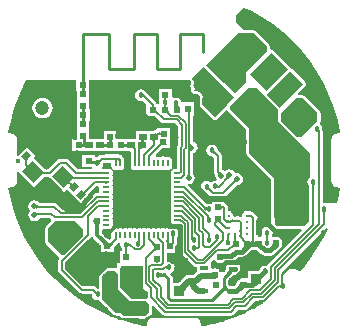
<source format=gtl>
G04 Layer_Physical_Order=1*
G04 Layer_Color=255*
%FSLAX25Y25*%
%MOIN*%
G70*
G01*
G75*
%ADD10P,0.05011X4X360.0*%
%ADD11R,0.02362X0.01969*%
%ADD12R,0.03543X0.03543*%
%ADD13R,0.07480X0.03937*%
%ADD14R,0.01083X0.00984*%
%ADD15R,0.00984X0.01083*%
%ADD16C,0.04724*%
%ADD17R,0.01969X0.02362*%
%ADD18R,0.02559X0.01969*%
G04:AMPARAMS|DCode=19|XSize=19.69mil|YSize=23.62mil|CornerRadius=0mil|HoleSize=0mil|Usage=FLASHONLY|Rotation=315.000|XOffset=0mil|YOffset=0mil|HoleType=Round|Shape=Rectangle|*
%AMROTATEDRECTD19*
4,1,4,-0.01531,-0.00139,0.00139,0.01531,0.01531,0.00139,-0.00139,-0.01531,-0.01531,-0.00139,0.0*
%
%ADD19ROTATEDRECTD19*%

G04:AMPARAMS|DCode=20|XSize=55.12mil|YSize=47.24mil|CornerRadius=0mil|HoleSize=0mil|Usage=FLASHONLY|Rotation=315.000|XOffset=0mil|YOffset=0mil|HoleType=Round|Shape=Rectangle|*
%AMROTATEDRECTD20*
4,1,4,-0.03619,0.00278,-0.00278,0.03619,0.03619,-0.00278,0.00278,-0.03619,-0.03619,0.00278,0.0*
%
%ADD20ROTATEDRECTD20*%

%ADD21R,0.03543X0.03543*%
G04:AMPARAMS|DCode=22|XSize=86.61mil|YSize=47.24mil|CornerRadius=0mil|HoleSize=0mil|Usage=FLASHONLY|Rotation=45.000|XOffset=0mil|YOffset=0mil|HoleType=Round|Shape=Rectangle|*
%AMROTATEDRECTD22*
4,1,4,-0.01392,-0.04733,-0.04733,-0.01392,0.01392,0.04733,0.04733,0.01392,-0.01392,-0.04733,0.0*
%
%ADD22ROTATEDRECTD22*%

G04:AMPARAMS|DCode=23|XSize=78.74mil|YSize=62.99mil|CornerRadius=0mil|HoleSize=0mil|Usage=FLASHONLY|Rotation=45.000|XOffset=0mil|YOffset=0mil|HoleType=Round|Shape=Rectangle|*
%AMROTATEDRECTD23*
4,1,4,-0.00557,-0.05011,-0.05011,-0.00557,0.00557,0.05011,0.05011,0.00557,-0.00557,-0.05011,0.0*
%
%ADD23ROTATEDRECTD23*%

G04:AMPARAMS|DCode=24|XSize=86.61mil|YSize=62.99mil|CornerRadius=0mil|HoleSize=0mil|Usage=FLASHONLY|Rotation=45.000|XOffset=0mil|YOffset=0mil|HoleType=Round|Shape=Rectangle|*
%AMROTATEDRECTD24*
4,1,4,-0.00835,-0.05289,-0.05289,-0.00835,0.00835,0.05289,0.05289,0.00835,-0.00835,-0.05289,0.0*
%
%ADD24ROTATEDRECTD24*%

%ADD25O,0.00787X0.02559*%
%ADD26O,0.02559X0.00787*%
%ADD27R,0.18504X0.18504*%
%ADD28R,0.02756X0.01575*%
%ADD29R,0.04724X0.04724*%
%ADD30P,0.05011X4X270.0*%
%ADD31C,0.00799*%
%ADD32C,0.01500*%
%ADD33C,0.00800*%
%ADD34C,0.01200*%
%ADD35C,0.00600*%
%ADD36C,0.00700*%
%ADD37C,0.00900*%
%ADD38C,0.01000*%
%ADD39C,0.02000*%
%ADD40C,0.01575*%
%ADD41C,0.03000*%
%ADD42C,0.01800*%
%ADD43C,0.02000*%
%ADD44C,0.02400*%
%ADD45C,0.01969*%
%ADD46C,0.01600*%
%ADD47C,0.02598*%
%ADD48C,0.01799*%
G36*
X51461Y30797D02*
X51437Y30751D01*
X51430Y30696D01*
X51441Y30632D01*
X51469Y30559D01*
X51514Y30476D01*
X51577Y30385D01*
X51657Y30284D01*
X51754Y30174D01*
X51869Y30055D01*
X51400Y29676D01*
X51194Y29884D01*
X50666Y30477D01*
X50662Y30506D01*
X50691Y30505D01*
X50754Y30474D01*
X50850Y30414D01*
X51502Y30834D01*
X51461Y30797D01*
D02*
G37*
G36*
X68290Y30992D02*
X68300Y30910D01*
X68316Y30831D01*
X68339Y30753D01*
X68369Y30678D01*
X68405Y30604D01*
X68448Y30532D01*
X68498Y30463D01*
X68554Y30395D01*
X68617Y30329D01*
X67357D01*
X67419Y30395D01*
X67475Y30463D01*
X67525Y30532D01*
X67568Y30604D01*
X67604Y30678D01*
X67634Y30753D01*
X67657Y30831D01*
X67673Y30910D01*
X67683Y30992D01*
X67687Y31075D01*
X68287D01*
X68290Y30992D01*
D02*
G37*
G36*
X62590Y30985D02*
X62600Y30904D01*
X62617Y30832D01*
X62641Y30769D01*
X62672Y30716D01*
X62709Y30672D01*
X62754Y30636D01*
X62805Y30610D01*
X62863Y30593D01*
X62928Y30586D01*
X62002Y29854D01*
X61987Y30897D01*
X62587Y31075D01*
X62590Y30985D01*
D02*
G37*
G36*
X56573Y31372D02*
X56534Y31319D01*
X56499Y31262D01*
X56469Y31199D01*
X56444Y31131D01*
X56423Y31058D01*
X56407Y30980D01*
X56396Y30897D01*
X56389Y30809D01*
X56387Y30716D01*
X55587D01*
X55584Y30809D01*
X55577Y30897D01*
X55566Y30980D01*
X55550Y31058D01*
X55529Y31131D01*
X55504Y31199D01*
X55474Y31262D01*
X55439Y31319D01*
X55400Y31372D01*
X55357Y31420D01*
X56617D01*
X56573Y31372D01*
D02*
G37*
G36*
X77064Y31445D02*
X77033Y31427D01*
X77006Y31397D01*
X76983Y31355D01*
X76963Y31301D01*
X76947Y31235D01*
X76934Y31157D01*
X76925Y31067D01*
X76918Y30851D01*
X76318D01*
X76316Y30965D01*
X76302Y31157D01*
X76289Y31235D01*
X76273Y31301D01*
X76253Y31355D01*
X76230Y31397D01*
X76203Y31427D01*
X76172Y31445D01*
X76138Y31451D01*
X77098D01*
X77064Y31445D01*
D02*
G37*
G36*
X74830Y31456D02*
X74779Y31437D01*
X74734Y31406D01*
X74695Y31363D01*
X74662Y31308D01*
X74635Y31240D01*
X74614Y31161D01*
X74599Y31070D01*
X74590Y30966D01*
X74587Y30851D01*
X73987D01*
X74169Y31451D01*
X74887Y31463D01*
X74830Y31456D01*
D02*
G37*
G36*
X79051Y31445D02*
X79038Y31427D01*
X79026Y31397D01*
X79015Y31355D01*
X79006Y31300D01*
X78999Y31234D01*
X78987Y30963D01*
X78986Y30849D01*
X78187D01*
X78186Y30963D01*
X78158Y31355D01*
X78148Y31397D01*
X78136Y31427D01*
X78122Y31445D01*
X78106Y31451D01*
X79067D01*
X79051Y31445D01*
D02*
G37*
G36*
X46749Y30517D02*
X46739Y30484D01*
X46730Y30440D01*
X46722Y30387D01*
X46710Y30249D01*
X46701Y29966D01*
X46701Y29851D01*
X46101D01*
X46100Y29966D01*
X46072Y30440D01*
X46063Y30484D01*
X46053Y30517D01*
X46041Y30540D01*
X46760D01*
X46749Y30517D01*
D02*
G37*
G36*
X87722Y30019D02*
X87732Y29938D01*
X87750Y29859D01*
X87775Y29784D01*
X87807Y29711D01*
X87846Y29642D01*
X87892Y29576D01*
X87945Y29513D01*
X88005Y29452D01*
X88073Y29395D01*
X86821Y29255D01*
X86877Y29329D01*
X86928Y29403D01*
X86972Y29479D01*
X87011Y29555D01*
X87044Y29632D01*
X87071Y29710D01*
X87091Y29790D01*
X87106Y29870D01*
X87115Y29951D01*
X87118Y30033D01*
X87718Y30104D01*
X87722Y30019D01*
D02*
G37*
G36*
X54679Y29585D02*
X54691Y29448D01*
X54711Y29327D01*
X54739Y29221D01*
X54775Y29132D01*
X54819Y29059D01*
X54871Y29002D01*
X54931Y28961D01*
X54999Y28936D01*
X55075Y28927D01*
X53914Y28939D01*
X53907Y28947D01*
X53900Y28971D01*
X53894Y29011D01*
X53889Y29067D01*
X53876Y29451D01*
X53875Y29739D01*
X54675D01*
X54679Y29585D01*
D02*
G37*
G36*
X79764Y30238D02*
X80533Y29567D01*
X80624Y29514D01*
X80733Y29467D01*
X80832Y29439D01*
X80922Y29432D01*
X81003Y29445D01*
X81075Y29478D01*
X80518Y29120D01*
X80041Y28644D01*
X80031Y28689D01*
X80000Y28752D01*
X79984Y28777D01*
X79862Y28699D01*
X82040Y27546D01*
X81950Y27530D01*
X81837Y27482D01*
X81699Y27403D01*
X81537Y27291D01*
X81352Y27148D01*
X80908Y26766D01*
X80062Y25955D01*
X78641Y26656D01*
X78968Y26993D01*
X79476Y27585D01*
X79657Y27839D01*
X79789Y28065D01*
X79871Y28263D01*
X79905Y28434D01*
X79890Y28576D01*
X79832Y28680D01*
X79714Y28603D01*
X79769Y28654D01*
X79796Y28714D01*
X79714Y28777D01*
X79799Y28732D01*
X79803Y28796D01*
X79783Y28888D01*
X79738Y28994D01*
X79668Y29114D01*
X79572Y29248D01*
X79452Y29396D01*
X79158Y29711D01*
X78999Y29871D01*
X79564Y30436D01*
X79764Y30238D01*
D02*
G37*
G36*
X83814Y27475D02*
X83799Y27531D01*
X83754Y27580D01*
X83679Y27624D01*
X83574Y27663D01*
X83439Y27695D01*
X83274Y27721D01*
X83079Y27742D01*
X82964Y27747D01*
X82415Y27713D01*
X82280Y27688D01*
X82175Y27659D01*
X82100Y27626D01*
X82055Y27588D01*
X82040Y27546D01*
Y28091D01*
X82037Y28080D01*
X82028Y28001D01*
X82040Y29490D01*
X82055Y29448D01*
X82100Y29410D01*
X82175Y29377D01*
X82280Y29348D01*
X82362Y29333D01*
X82368Y29333D01*
X82469Y29344D01*
X82583Y29364D01*
X82710Y29391D01*
X82723Y29295D01*
X82786Y29291D01*
X83079Y29317D01*
X83274Y29355D01*
X83439Y29404D01*
X83574Y29464D01*
X83679Y29535D01*
X83754Y29617D01*
X83799Y29710D01*
X83814Y29813D01*
Y27475D01*
D02*
G37*
G36*
X71310Y30295D02*
X71265Y30238D01*
X71224Y30180D01*
X71189Y30123D01*
X71160Y30066D01*
X71136Y30009D01*
X71117Y29951D01*
X71103Y29894D01*
X71095Y29836D01*
X71093Y29779D01*
X70393D01*
X70390Y29831D01*
X70381Y29883D01*
X70367Y29935D01*
X70346Y29987D01*
X70320Y30039D01*
X70288Y30091D01*
X70250Y30143D01*
X70207Y30195D01*
X70158Y30247D01*
X70103Y30300D01*
X71361Y30352D01*
X71310Y30295D01*
D02*
G37*
G36*
X74589Y30130D02*
X74597Y30056D01*
X74610Y29984D01*
X74628Y29914D01*
X74652Y29848D01*
X74680Y29784D01*
X74714Y29724D01*
X74753Y29665D01*
X74797Y29610D01*
X74847Y29558D01*
X73727D01*
X73776Y29610D01*
X73820Y29665D01*
X73859Y29724D01*
X73893Y29784D01*
X73922Y29848D01*
X73945Y29914D01*
X73963Y29984D01*
X73976Y30056D01*
X73984Y30130D01*
X73987Y30208D01*
X74587D01*
X74589Y30130D01*
D02*
G37*
G36*
X76921Y29974D02*
X76930Y29870D01*
X76945Y29778D01*
X76966Y29699D01*
X76993Y29631D01*
X77026Y29576D01*
X77065Y29533D01*
X77110Y29503D01*
X77161Y29485D01*
X77218Y29478D01*
X76018D01*
X76075Y29485D01*
X76126Y29503D01*
X76171Y29533D01*
X76210Y29576D01*
X76243Y29631D01*
X76270Y29699D01*
X76291Y29778D01*
X76306Y29870D01*
X76315Y29974D01*
X76318Y30090D01*
X76918D01*
X76921Y29974D01*
D02*
G37*
G36*
X58618Y38501D02*
X58711Y38431D01*
X58838Y38321D01*
X59432Y37750D01*
X59080Y37254D01*
X58963Y37367D01*
X58757Y37540D01*
X58668Y37600D01*
X58588Y37643D01*
X58517Y37668D01*
X58455Y37676D01*
X58403Y37667D01*
X58360Y37640D01*
X58326Y37595D01*
X58684Y38247D01*
X58600Y38379D01*
X58552Y38470D01*
X58539Y38520D01*
X58561Y38531D01*
X58618Y38501D01*
D02*
G37*
G36*
X68190Y37461D02*
X68200Y37422D01*
X68216Y37379D01*
X68239Y37333D01*
X68269Y37285D01*
X68305Y37233D01*
X68348Y37179D01*
X68454Y37061D01*
X68517Y36998D01*
X67257D01*
X67319Y37061D01*
X67468Y37233D01*
X67504Y37285D01*
X67534Y37333D01*
X67557Y37379D01*
X67573Y37422D01*
X67583Y37461D01*
X67587Y37498D01*
X68187D01*
X68190Y37461D01*
D02*
G37*
G36*
X70979Y35680D02*
X70932Y35714D01*
X70877Y35731D01*
X70813D01*
X70741Y35714D01*
X70660Y35680D01*
X70571Y35630D01*
X70474Y35562D01*
X70368Y35477D01*
X70130Y35256D01*
X69706Y35680D01*
X69825Y35803D01*
X70011Y36024D01*
X70079Y36122D01*
X70130Y36211D01*
X70164Y36291D01*
X70181Y36364D01*
Y36427D01*
X70164Y36482D01*
X70130Y36529D01*
X70979Y35680D01*
D02*
G37*
G36*
X81043Y38390D02*
X81067Y38368D01*
X81107Y38349D01*
X81163Y38332D01*
X81235Y38318D01*
X81323Y38306D01*
X81547Y38291D01*
X81835Y38285D01*
Y37486D01*
X81683Y37485D01*
X81235Y37454D01*
X81163Y37440D01*
X81107Y37423D01*
X81067Y37403D01*
X81043Y37381D01*
X81035Y37356D01*
Y38415D01*
X81043Y38390D01*
D02*
G37*
G36*
X66757Y40754D02*
X66821Y40704D01*
X66884Y40665D01*
X66945Y40637D01*
X67005Y40621D01*
X67062Y40617D01*
X67118Y40623D01*
X67172Y40641D01*
X67225Y40670D01*
X67276Y40710D01*
X67145Y39540D01*
X66394Y40264D01*
X66691Y40815D01*
X66757Y40754D01*
D02*
G37*
G36*
X106957Y39392D02*
X106901Y39324D01*
X106852Y39255D01*
X106809Y39183D01*
X106772Y39110D01*
X106743Y39034D01*
X106720Y38956D01*
X106703Y38877D01*
X106693Y38796D01*
X106690Y38712D01*
X106090D01*
X106087Y38796D01*
X106077Y38877D01*
X106060Y38956D01*
X106037Y39034D01*
X106008Y39110D01*
X105971Y39183D01*
X105928Y39255D01*
X105879Y39324D01*
X105823Y39392D01*
X105760Y39457D01*
X107020D01*
X106957Y39392D01*
D02*
G37*
G36*
X10308Y39079D02*
X10532Y39007D01*
X10645Y38977D01*
X10873Y38932D01*
X10988Y38916D01*
X11219Y38898D01*
X11336Y38896D01*
X11414Y38296D01*
X11320Y38291D01*
X11232Y38278D01*
X11150Y38255D01*
X11075Y38223D01*
X11006Y38182D01*
X10943Y38132D01*
X10886Y38072D01*
X10836Y38004D01*
X10792Y37927D01*
X10754Y37840D01*
X10197Y39122D01*
X10308Y39079D01*
D02*
G37*
G36*
X75978Y35887D02*
X75825Y35883D01*
X75688Y35871D01*
X75566Y35851D01*
X75461Y35823D01*
X75372Y35787D01*
X75299Y35743D01*
X75242Y35691D01*
X75201Y35631D01*
X75176Y35563D01*
X75167Y35487D01*
X75179Y36397D01*
X75978Y36686D01*
Y35887D01*
D02*
G37*
G36*
X74120Y33469D02*
X74117Y33503D01*
X74107Y33534D01*
X74092Y33561D01*
X74070Y33584D01*
X74041Y33604D01*
X74007Y33620D01*
X73966Y33633D01*
X73919Y33642D01*
X73866Y33647D01*
X73806Y33649D01*
Y34249D01*
X73866Y34251D01*
X73919Y34256D01*
X73966Y34265D01*
X74007Y34278D01*
X74041Y34294D01*
X74070Y34314D01*
X74092Y34337D01*
X74107Y34364D01*
X74117Y34395D01*
X74120Y34429D01*
Y33469D01*
D02*
G37*
G36*
X78987Y33157D02*
X79026Y32582D01*
X79038Y32542D01*
X79051Y32518D01*
X79067Y32510D01*
X78106D01*
X78122Y32518D01*
X78136Y32542D01*
X78148Y32582D01*
X78158Y32638D01*
X78167Y32710D01*
X78180Y32901D01*
X78187Y33309D01*
X78986D01*
X78987Y33157D01*
D02*
G37*
G36*
X87985Y31578D02*
X87929Y31510D01*
X87880Y31441D01*
X87837Y31369D01*
X87801Y31296D01*
X87771Y31220D01*
X87748Y31143D01*
X87731Y31063D01*
X87721Y30982D01*
X87718Y30898D01*
X87118D01*
X87115Y30982D01*
X87105Y31063D01*
X87088Y31143D01*
X87065Y31220D01*
X87036Y31296D01*
X86999Y31369D01*
X86956Y31441D01*
X86907Y31510D01*
X86851Y31578D01*
X86788Y31644D01*
X88048D01*
X87985Y31578D01*
D02*
G37*
G36*
X31394Y35192D02*
X31354Y35132D01*
X31318Y35063D01*
X31286Y34986D01*
X31260Y34900D01*
X31238Y34805D01*
X31222Y34702D01*
X31210Y34590D01*
X31200Y34341D01*
X30000D01*
X29998Y34470D01*
X29978Y34702D01*
X29962Y34805D01*
X29940Y34900D01*
X29914Y34986D01*
X29882Y35063D01*
X29846Y35132D01*
X29806Y35192D01*
X29760Y35243D01*
X31440D01*
X31394Y35192D01*
D02*
G37*
G36*
X73864Y36795D02*
X74169Y36534D01*
X74302Y36440D01*
X74421Y36371D01*
X74528Y36325D01*
X74621Y36304D01*
X74701Y36307D01*
X74768Y36334D01*
X74821Y36385D01*
X74120Y35437D01*
X74111Y35439D01*
X74086Y35459D01*
X74044Y35496D01*
X73272Y36251D01*
X73691Y36962D01*
X73864Y36795D01*
D02*
G37*
G36*
X72041Y36482D02*
X72024Y36427D01*
Y36364D01*
X72041Y36291D01*
X72075Y36211D01*
X72126Y36122D01*
X72193Y36024D01*
X72278Y35918D01*
X72499Y35680D01*
X72075Y35256D01*
X71952Y35375D01*
X71731Y35562D01*
X71633Y35630D01*
X71544Y35680D01*
X71464Y35714D01*
X71391Y35731D01*
X71328D01*
X71273Y35714D01*
X71226Y35680D01*
X72075Y36529D01*
X72041Y36482D01*
D02*
G37*
G36*
X91187Y73313D02*
X91187Y69213D01*
X101600Y58800D01*
Y58700D01*
X101687D01*
X101687Y50637D01*
X101417Y50456D01*
X100997Y49828D01*
X100849Y49087D01*
X100997Y48345D01*
X101417Y47717D01*
X101461Y47687D01*
Y36261D01*
X99787Y34587D01*
X94787D01*
X90809Y34587D01*
X90465Y34931D01*
X90187Y35300D01*
X90187D01*
X90187Y35300D01*
Y37300D01*
X89700D01*
X89700Y50600D01*
X81500Y58800D01*
X81500Y67000D01*
X75100Y73400D01*
X75100Y74600D01*
X81100Y80600D01*
X83900Y80600D01*
X91187Y73313D01*
D02*
G37*
G36*
X45174Y30517D02*
X45164Y30484D01*
X45155Y30440D01*
X45147Y30387D01*
X45136Y30249D01*
X45127Y29966D01*
X45126Y29851D01*
X44703D01*
X45126Y29747D01*
X45160Y28702D01*
X44168Y29379D01*
X44236Y29392D01*
X44297Y29415D01*
X44350Y29445D01*
X44397Y29484D01*
X44436Y29531D01*
X44469Y29587D01*
X44494Y29651D01*
X44512Y29724D01*
X44522Y29805D01*
X44526Y29889D01*
X44525Y29966D01*
X44497Y30440D01*
X44488Y30484D01*
X44478Y30517D01*
X44466Y30540D01*
X45186D01*
X45174Y30517D01*
D02*
G37*
G36*
X61528Y16901D02*
Y14562D01*
X61526Y14690D01*
X61504Y14991D01*
X61491Y15064D01*
X61475Y15124D01*
X61456Y15171D01*
X61434Y15205D01*
X61409Y15225D01*
X61382Y15232D01*
Y17232D01*
X61528Y16901D01*
D02*
G37*
G36*
X61374Y14810D02*
X60963Y14385D01*
X60321Y13630D01*
X60089Y13300D01*
X59916Y13002D01*
X59803Y12734D01*
X59750Y12499D01*
X59756Y12295D01*
X59822Y12122D01*
X59948Y11981D01*
X56831Y14498D01*
X56999Y14399D01*
X57193Y14354D01*
X57412Y14363D01*
X57656Y14425D01*
X57926Y14541D01*
X58222Y14710D01*
X58543Y14933D01*
X58890Y15210D01*
X59660Y15924D01*
X61374Y14810D01*
D02*
G37*
G36*
X84654Y15094D02*
X84451Y15069D01*
X84253Y15028D01*
X84060Y14972D01*
X83873Y14900D01*
X83690Y14812D01*
X83513Y14708D01*
X83341Y14588D01*
X83174Y14453D01*
X83012Y14301D01*
X82222Y15091D01*
X84862Y15102D01*
X84654Y15094D01*
D02*
G37*
G36*
X63868Y15232D02*
X63793Y15225D01*
X63726Y15205D01*
X63666Y15171D01*
X63615Y15124D01*
X63571Y15064D01*
X63536Y14991D01*
X63508Y14904D01*
X63488Y14803D01*
X63476Y14690D01*
X63472Y14562D01*
Y16901D01*
X63868Y17232D01*
Y15232D01*
D02*
G37*
G36*
X107577Y33638D02*
X106332Y30938D01*
X104181Y27098D01*
X101736Y23438D01*
X99011Y19982D01*
X98748Y19698D01*
X98427Y19366D01*
X97966Y19558D01*
X97602Y19838D01*
X97344Y19945D01*
Y19757D01*
X97278Y19819D01*
X97211Y19875D01*
X97141Y19925D01*
X97069Y19968D01*
X96996Y20004D01*
X96920Y20034D01*
X96843Y20057D01*
X96763Y20073D01*
X96682Y20083D01*
X96598Y20087D01*
Y20203D01*
X95894Y20296D01*
X95010Y20179D01*
X94186Y19838D01*
X93478Y19295D01*
X92935Y18587D01*
X92926Y18564D01*
X92426Y18663D01*
Y19194D01*
X107160Y33929D01*
X107577Y33638D01*
D02*
G37*
G36*
X51854Y18888D02*
X51891Y18866D01*
X51937Y18846D01*
X51989Y18830D01*
X52050Y18815D01*
X52118Y18803D01*
X52279Y18788D01*
X52371Y18784D01*
X52470Y18783D01*
Y17783D01*
X52371Y17781D01*
X52118Y17762D01*
X52050Y17750D01*
X51989Y17736D01*
X51937Y17719D01*
X51891Y17699D01*
X51854Y17677D01*
X51825Y17653D01*
Y18913D01*
X51854Y18888D01*
D02*
G37*
G36*
X82222Y15091D02*
X81940Y15090D01*
X81942Y15259D01*
X81946Y15333D01*
X81947Y15348D01*
X81949Y15357D01*
X81951Y15362D01*
X82222Y15091D01*
D02*
G37*
G36*
X92804Y15735D02*
X92815Y15654D01*
X92833Y15576D01*
X92859Y15503D01*
X92893Y15434D01*
X92934Y15370D01*
X92982Y15309D01*
X93038Y15253D01*
X93101Y15201D01*
X93171Y15153D01*
X92057Y14899D01*
Y13757D01*
X91992Y13819D01*
X91924Y13875D01*
X91854Y13925D01*
X91783Y13968D01*
X91709Y14004D01*
X91633Y14034D01*
X91556Y14057D01*
X91476Y14073D01*
X91395Y14083D01*
X91312Y14087D01*
Y14687D01*
X91395Y14690D01*
X91476Y14700D01*
X91556Y14716D01*
X91633Y14739D01*
X91709Y14769D01*
X91783Y14805D01*
X91854Y14848D01*
X91924Y14898D01*
X91992Y14954D01*
X91993Y14955D01*
X92074Y15113D01*
X92107Y15193D01*
X92136Y15274D01*
X92159Y15354D01*
X92177Y15434D01*
X92190Y15514D01*
X92197Y15595D01*
X92200Y15675D01*
X92800Y15821D01*
X92804Y15735D01*
D02*
G37*
G36*
X45987Y13520D02*
X47700Y12512D01*
Y10600D01*
X47100Y10000D01*
X42400Y10000D01*
X38500Y13900D01*
X38500Y20600D01*
X38987Y21087D01*
X45987Y21087D01*
X45987Y13520D01*
D02*
G37*
G36*
X86161Y8917D02*
X85675Y8592D01*
X81835Y6441D01*
X77838Y4599D01*
X73708Y3075D01*
X73515Y3021D01*
X73478Y2957D01*
X73464Y3006D01*
X72200Y2650D01*
X72206Y2626D01*
X72176Y2643D01*
X69472Y1881D01*
X65775Y1145D01*
X65490Y1381D01*
X65329Y1814D01*
X65329D01*
X65158Y2675D01*
X64670Y3405D01*
X63940Y3892D01*
X63080Y4064D01*
Y4040D01*
X49694D01*
Y4064D01*
X48833Y3892D01*
X48103Y3405D01*
X47616Y2675D01*
X47444Y1814D01*
X47444Y1814D01*
X47283Y1381D01*
X46998Y1145D01*
X43301Y1881D01*
X39236Y3027D01*
X39353Y3514D01*
X39587Y3467D01*
X46787Y3467D01*
X47177Y3545D01*
X47384Y3683D01*
X47508Y3766D01*
X48708Y4966D01*
X48929Y5297D01*
X49006Y5687D01*
X49006Y7809D01*
X49468Y8000D01*
X52506Y4963D01*
X52936Y4675D01*
X53443Y4575D01*
X75300D01*
X75807Y4675D01*
X76237Y4963D01*
X77752Y6478D01*
X79926D01*
X80433Y6579D01*
X80863Y6866D01*
X80879Y6881D01*
X80885Y6886D01*
X83374Y9375D01*
X85900D01*
X85966Y9388D01*
X86161Y8917D01*
D02*
G37*
G36*
X37800Y18300D02*
X37800Y13473D01*
X41873Y9400D01*
X47173Y9400D01*
X47987Y8586D01*
X47987Y5687D01*
X46786Y4487D01*
X39587Y4487D01*
X38573Y5500D01*
X37073D01*
X32400Y10173D01*
X32400Y17900D01*
X33887Y19386D01*
X36713Y19387D01*
X37800Y18300D01*
D02*
G37*
G36*
X30178Y12824D02*
X30243Y12773D01*
X30311Y12729D01*
X30382Y12690D01*
X30456Y12658D01*
X30534Y12631D01*
X30615Y12611D01*
X30699Y12597D01*
X30787Y12589D01*
X30878Y12587D01*
X29987Y11696D01*
X29985Y11786D01*
X29976Y11874D01*
X29962Y11958D01*
X29942Y12039D01*
X29915Y12117D01*
X29883Y12191D01*
X29844Y12262D01*
X29800Y12330D01*
X29749Y12395D01*
X29693Y12456D01*
X30117Y12881D01*
X30178Y12824D01*
D02*
G37*
G36*
X80252Y13674D02*
X80148Y13769D01*
X80020Y13820D01*
X79868Y13825D01*
X79691Y13785D01*
X79491Y13700D01*
X79267Y13570D01*
X79019Y13396D01*
X78747Y13176D01*
X78131Y12602D01*
X78106Y12646D01*
X77315Y11925D01*
X75823Y13463D01*
X75937Y13378D01*
X76073Y13336D01*
X76230Y13336D01*
X76410Y13379D01*
X76611Y13465D01*
X76834Y13594D01*
X77079Y13765D01*
X77345Y13980D01*
X77623Y14238D01*
X77908Y14589D01*
X78046Y14795D01*
X78163Y15000D01*
X78258Y15203D01*
X78332Y15405D01*
X78385Y15605D01*
X78417Y15804D01*
X78428Y16001D01*
X80252Y13674D01*
D02*
G37*
G36*
X80387Y15921D02*
X80432Y15850D01*
X80507Y15787D01*
X80612Y15732D01*
X80747Y15686D01*
X80912Y15649D01*
X81107Y15619D01*
X81332Y15598D01*
X81872Y15582D01*
Y14082D01*
X81587Y14077D01*
X81107Y14044D01*
X80912Y14014D01*
X80747Y13977D01*
X80612Y13931D01*
X80507Y13876D01*
X80432Y13813D01*
X80387Y13742D01*
X80372Y13662D01*
Y16001D01*
X80387Y15921D01*
D02*
G37*
G36*
X73876Y14131D02*
X74583Y13475D01*
Y11925D01*
X74572Y11951D01*
X74540Y11998D01*
X74487Y12064D01*
X74201Y12378D01*
X73884Y12701D01*
X73816Y12763D01*
X73674Y12862D01*
X73533Y12933D01*
X73391Y12975D01*
X73250Y12989D01*
X73109Y12975D01*
X72967Y12933D01*
X72826Y12862D01*
X72684Y12763D01*
X72543Y12636D01*
X73250Y14050D01*
X73603Y14404D01*
X73876Y14131D01*
D02*
G37*
G36*
X33521Y29550D02*
X33950Y29189D01*
X34141Y29056D01*
X34319Y28954D01*
X34481Y28883D01*
X34628Y28845D01*
X34732Y28839D01*
X34698Y28918D01*
X34739Y28854D01*
X34764Y28838D01*
X34879Y28862D01*
X34982Y28918D01*
X34839Y28811D01*
X34870Y28807D01*
X34959Y28824D01*
X35064Y28868D01*
X35185Y28939D01*
X35322Y29038D01*
X35475Y29163D01*
X35830Y29495D01*
X35930Y28614D01*
X36005Y28539D01*
X35790Y28315D01*
X35582Y28066D01*
X35497Y27942D01*
X35430Y27826D01*
X35381Y27716D01*
X35350Y27614D01*
X35338Y27518D01*
X35344Y27430D01*
X35368Y27349D01*
X35212Y27714D01*
X35157Y27657D01*
X34557Y28257D01*
X34572Y28266D01*
X34603Y28291D01*
X34715Y28393D01*
X34861Y28537D01*
X34767Y28757D01*
X33054Y27476D01*
X33132Y27557D01*
X33173Y27658D01*
X33178Y27779D01*
X33146Y27919D01*
X33078Y28079D01*
X32974Y28258D01*
X32833Y28458D01*
X32656Y28676D01*
X32193Y29173D01*
X33285Y29778D01*
X33521Y29550D01*
D02*
G37*
G36*
X90642Y27550D02*
X90238Y27077D01*
X88710Y27670D01*
X88804Y27767D01*
X89021Y28017D01*
X89071Y28086D01*
X89111Y28150D01*
X89139Y28206D01*
X89156Y28256D01*
X89162Y28299D01*
X89157Y28335D01*
X90642Y27550D01*
D02*
G37*
G36*
X40967Y27492D02*
X40911Y27424D01*
X40862Y27354D01*
X40819Y27283D01*
X40782Y27209D01*
X40753Y27134D01*
X40730Y27056D01*
X40713Y26976D01*
X40703Y26895D01*
X40700Y26812D01*
X40100D01*
X40097Y26895D01*
X40087Y26976D01*
X40070Y27056D01*
X40047Y27134D01*
X40018Y27209D01*
X39981Y27283D01*
X39938Y27354D01*
X39889Y27424D01*
X39833Y27492D01*
X39770Y27557D01*
X41030D01*
X40967Y27492D01*
D02*
G37*
G36*
X76494Y27546D02*
X76453Y27585D01*
X76402Y27606D01*
X76341Y27609D01*
X76271Y27594D01*
X76191Y27561D01*
X76101Y27509D01*
X76002Y27439D01*
X75893Y27352D01*
X75646Y27122D01*
X75340Y27665D01*
X75454Y27782D01*
X75634Y27996D01*
X75700Y28092D01*
X75750Y28180D01*
X75784Y28261D01*
X75803Y28335D01*
X75806Y28402D01*
X75793Y28461D01*
X75765Y28513D01*
X76494Y27546D01*
D02*
G37*
G36*
X56269Y28587D02*
X56190Y28502D01*
X56119Y28414D01*
X56056Y28324D01*
X56001Y28231D01*
X55955Y28134D01*
X55917Y28035D01*
X55887Y27933D01*
X55865Y27829D01*
X55852Y27721D01*
X55847Y27611D01*
X55859Y28939D01*
X55791Y28941D01*
X55735Y28948D01*
X55690Y28958D01*
X55657Y28973D01*
X55636Y28993D01*
X55626Y29016D01*
X55628Y29044D01*
X55642Y29076D01*
X55667Y29112D01*
X55704Y29153D01*
X56269Y28587D01*
D02*
G37*
G36*
X49550Y28920D02*
X49784Y28719D01*
X49885Y28647D01*
X49975Y28594D01*
X50055Y28560D01*
X50124Y28545D01*
X50182Y28548D01*
X50229Y28571D01*
X50266Y28612D01*
X49626Y27579D01*
X49650Y27633D01*
X49659Y27694D01*
X49653Y27762D01*
X49632Y27837D01*
X49596Y27918D01*
X49545Y28007D01*
X49479Y28102D01*
X49398Y28203D01*
X49190Y28427D01*
X49417Y29048D01*
X49550Y28920D01*
D02*
G37*
G36*
X41108Y28767D02*
X41176Y28711D01*
X41246Y28662D01*
X41317Y28619D01*
X41391Y28583D01*
X41467Y28553D01*
X41544Y28530D01*
X41624Y28513D01*
X41705Y28503D01*
X41789Y28500D01*
Y27900D01*
X41705Y27897D01*
X41624Y27887D01*
X41544Y27870D01*
X41467Y27847D01*
X41391Y27817D01*
X41317Y27781D01*
X41246Y27738D01*
X41176Y27689D01*
X41108Y27633D01*
X41043Y27570D01*
Y28830D01*
X41108Y28767D01*
D02*
G37*
G36*
X63608Y27767D02*
X63676Y27711D01*
X63746Y27662D01*
X63817Y27619D01*
X63891Y27582D01*
X63967Y27553D01*
X64044Y27530D01*
X64124Y27513D01*
X64205Y27503D01*
X64289Y27500D01*
Y26900D01*
X64205Y26897D01*
X64124Y26887D01*
X64044Y26870D01*
X63967Y26847D01*
X63891Y26818D01*
X63817Y26781D01*
X63746Y26738D01*
X63676Y26689D01*
X63608Y26633D01*
X63543Y26570D01*
Y27830D01*
X63608Y27767D01*
D02*
G37*
G36*
X29309Y30667D02*
X29447Y30461D01*
X31690Y28218D01*
X31886Y28007D01*
X32020Y27842D01*
X32030Y27828D01*
Y25973D01*
X36392D01*
Y27445D01*
X36395Y27449D01*
X36531Y27613D01*
X37897Y28979D01*
X38071Y29037D01*
X38188Y29032D01*
X38526Y28517D01*
X38463Y28200D01*
X38610Y27459D01*
X39030Y26830D01*
X39075Y26801D01*
Y26271D01*
X38274D01*
Y22302D01*
X37833Y22161D01*
X37547D01*
Y20932D01*
X37518Y20788D01*
X37494Y20669D01*
X37330Y20526D01*
X36980Y20353D01*
X36713Y20406D01*
X33906Y20406D01*
X31380Y17880D01*
X31380Y13920D01*
X30994Y13602D01*
X30887Y13624D01*
X30834Y13613D01*
X30224Y14224D01*
X29794Y14511D01*
X29287Y14612D01*
X28112D01*
X28087Y14586D01*
X25713Y14587D01*
X20100Y20200D01*
X20100Y22500D01*
X27387Y29787D01*
X27861Y29787D01*
X28637Y30563D01*
X28707Y30667D01*
X29309D01*
D02*
G37*
G36*
X54057Y20070D02*
X53992Y20133D01*
X53924Y20189D01*
X53854Y20238D01*
X53783Y20281D01*
X53709Y20317D01*
X53633Y20347D01*
X53556Y20370D01*
X53476Y20387D01*
X53395Y20397D01*
X53312Y20400D01*
Y21000D01*
X53395Y21003D01*
X53476Y21013D01*
X53556Y21030D01*
X53633Y21053D01*
X53709Y21082D01*
X53783Y21119D01*
X53854Y21162D01*
X53924Y21211D01*
X53992Y21267D01*
X54057Y21330D01*
Y20070D01*
D02*
G37*
G36*
X76609Y19417D02*
X76502Y19442D01*
X76379Y19437D01*
X76240Y19403D01*
X76086Y19339D01*
X75918Y19247D01*
X75733Y19125D01*
X75533Y18974D01*
X75087Y18583D01*
X74841Y18344D01*
X73876Y18793D01*
X74102Y19026D01*
X74452Y19432D01*
X74576Y19604D01*
X74665Y19756D01*
X74719Y19887D01*
X74740Y19998D01*
X74726Y20088D01*
X74677Y20158D01*
X74595Y20207D01*
X76609Y19417D01*
D02*
G37*
G36*
X72522Y25258D02*
X72549Y25254D01*
X72590Y25251D01*
X72890Y25242D01*
X73260Y25239D01*
X73584Y23739D01*
X73448Y23738D01*
X73030Y23706D01*
X72956Y23691D01*
X72894Y23674D01*
X72844Y23653D01*
X72807Y23630D01*
X72782Y23605D01*
X72509Y25263D01*
X72522Y25258D01*
D02*
G37*
G36*
X50266Y26298D02*
X50229Y26340D01*
X50182Y26362D01*
X50124Y26366D01*
X50055Y26350D01*
X49975Y26316D01*
X49885Y26263D01*
X49784Y26191D01*
X49672Y26100D01*
X49417Y25862D01*
X49190Y26483D01*
X49301Y26598D01*
X49479Y26809D01*
X49545Y26904D01*
X49596Y26992D01*
X49632Y27073D01*
X49653Y27148D01*
X49659Y27216D01*
X49650Y27277D01*
X49626Y27331D01*
X50266Y26298D01*
D02*
G37*
G36*
X40703Y25743D02*
X40712Y25638D01*
X40727Y25547D01*
X40748Y25467D01*
X40775Y25400D01*
X40808Y25345D01*
X40847Y25302D01*
X40892Y25271D01*
X40943Y25253D01*
X41000Y25247D01*
X39800D01*
X39857Y25253D01*
X39908Y25271D01*
X39953Y25302D01*
X39992Y25345D01*
X40025Y25400D01*
X40052Y25467D01*
X40073Y25547D01*
X40088Y25638D01*
X40097Y25743D01*
X40100Y25859D01*
X40700D01*
X40703Y25743D01*
D02*
G37*
G36*
X26200Y33400D02*
X26200Y31300D01*
X19700Y24800D01*
X18900Y24800D01*
X14500Y29200D01*
Y33700D01*
X17100Y36300D01*
X23300D01*
X26200Y33400D01*
D02*
G37*
G36*
X72069Y41510D02*
X72088Y41442D01*
X72119Y41382D01*
X72162Y41330D01*
X72219Y41286D01*
X72287Y41250D01*
X72368Y41222D01*
X72462Y41202D01*
X72568Y41190D01*
X72687Y41186D01*
Y40387D01*
X72568Y40383D01*
X72462Y40371D01*
X72368Y40351D01*
X72287Y40323D01*
X72219Y40287D01*
X72162Y40243D01*
X72119Y40191D01*
X72088Y40131D01*
X72069Y40063D01*
X72063Y39987D01*
Y41586D01*
X72069Y41510D01*
D02*
G37*
G36*
X52144Y61905D02*
Y62244D01*
X52809Y62255D01*
Y61634D01*
X52800Y61636D01*
X52778Y61638D01*
X52636Y61642D01*
X52394Y61643D01*
X52534Y61497D01*
X52489Y61531D01*
X52435Y61547D01*
X52373Y61546D01*
X52301Y61529D01*
X52221Y61494D01*
X52132Y61441D01*
X52033Y61372D01*
X51926Y61286D01*
X51685Y61061D01*
X51281Y61505D01*
X51400Y61628D01*
X51588Y61849D01*
X51657Y61947D01*
X51709Y62036D01*
X51744Y62116D01*
X51762Y62189D01*
X51764Y62252D01*
X51749Y62307D01*
X51717Y62353D01*
X52144Y61905D01*
D02*
G37*
G36*
X61787Y62041D02*
X61799Y61953D01*
X61819Y61875D01*
X61847Y61808D01*
X61883Y61752D01*
X61927Y61705D01*
X61979Y61669D01*
X62039Y61644D01*
X62106Y61628D01*
X62182Y61624D01*
X61199Y60779D01*
X61184Y61935D01*
X61783Y62139D01*
X61787Y62041D01*
D02*
G37*
G36*
X44554Y60709D02*
X44560Y60701D01*
X44564Y60687D01*
X44565Y60685D01*
X44777Y60472D01*
X44577D01*
X44575Y60568D01*
X44571Y60640D01*
X44568Y60666D01*
X44565Y60685D01*
X44542Y60708D01*
X44548Y60711D01*
X44554Y60709D01*
D02*
G37*
G36*
X46568Y63276D02*
X46500Y63252D01*
X46440Y63211D01*
X46388Y63154D01*
X46344Y63081D01*
X46308Y62992D01*
X46280Y62886D01*
X46273Y62844D01*
X46280Y62802D01*
X46308Y62697D01*
X46344Y62608D01*
X46388Y62535D01*
X46440Y62478D01*
X46500Y62437D01*
X46568Y62413D01*
X46644Y62405D01*
X45044D01*
X45120Y62413D01*
X45188Y62437D01*
X45248Y62478D01*
X45300Y62535D01*
X45344Y62608D01*
X45380Y62697D01*
X45408Y62802D01*
X45415Y62844D01*
X45408Y62886D01*
X45380Y62992D01*
X45344Y63081D01*
X45300Y63154D01*
X45248Y63211D01*
X45188Y63252D01*
X45120Y63276D01*
X45044Y63284D01*
X46644D01*
X46568Y63276D01*
D02*
G37*
G36*
X51749Y64444D02*
X51740Y64520D01*
X51716Y64588D01*
X51676Y64648D01*
X51619Y64700D01*
X51546Y64744D01*
X51456Y64780D01*
X51351Y64808D01*
X51229Y64828D01*
X51091Y64840D01*
X50937Y64844D01*
Y65644D01*
X51091Y65648D01*
X51229Y65660D01*
X51351Y65680D01*
X51456Y65708D01*
X51546Y65744D01*
X51619Y65788D01*
X51676Y65840D01*
X51716Y65900D01*
X51740Y65968D01*
X51749Y66044D01*
Y64444D01*
D02*
G37*
G36*
X104200Y72100D02*
X104200Y69500D01*
X98961Y64261D01*
X97339Y64261D01*
X92100Y69500D01*
X92100Y72200D01*
X96900Y77000D01*
X99300D01*
X104200Y72100D01*
D02*
G37*
G36*
X50368Y63276D02*
X50300Y63252D01*
X50240Y63211D01*
X50188Y63154D01*
X50144Y63081D01*
X50108Y62992D01*
X50080Y62886D01*
X50060Y62765D01*
X50048Y62626D01*
X50044Y62472D01*
X49244D01*
X49240Y62626D01*
X49228Y62765D01*
X49208Y62886D01*
X49180Y62992D01*
X49144Y63081D01*
X49100Y63154D01*
X49048Y63211D01*
X48988Y63252D01*
X48920Y63276D01*
X48844Y63284D01*
X50444D01*
X50368Y63276D01*
D02*
G37*
G36*
X61600Y83100D02*
X61606Y83090D01*
X61606Y83090D01*
X61607Y83089D01*
X61657Y83004D01*
X61657Y83004D01*
X61943Y82577D01*
X62003Y82273D01*
X61933Y81918D01*
X61819Y81643D01*
Y81245D01*
X61971Y80878D01*
X61971Y80878D01*
X62110Y80669D01*
X62186Y80287D01*
X62118Y79943D01*
Y79938D01*
X62116Y79933D01*
X62117Y79876D01*
X62107Y79848D01*
X62118Y79721D01*
Y79545D01*
X62120Y79540D01*
X62120Y79536D01*
X62122Y79523D01*
X62137Y79489D01*
X62140Y79451D01*
X62215Y79307D01*
X62278Y79157D01*
X62305Y79131D01*
X62322Y79097D01*
X62456Y78929D01*
X62475Y78913D01*
X62488Y78891D01*
X62626Y78785D01*
X62760Y78672D01*
X62784Y78664D01*
X62804Y78649D01*
X63220Y78444D01*
X63349Y78409D01*
X63472Y78358D01*
X63539D01*
X63604Y78341D01*
X63737Y78358D01*
X63870D01*
X64000Y78384D01*
X64344Y78316D01*
X64635Y78121D01*
X64829Y77830D01*
X64898Y77487D01*
X64792Y76954D01*
X64784Y76936D01*
X64784Y76836D01*
X64765Y76737D01*
Y75116D01*
X64842Y74726D01*
X65063Y74395D01*
X69326Y70132D01*
X69656Y69911D01*
X70047Y69834D01*
X70437Y69911D01*
X70768Y70132D01*
X73648Y73013D01*
X73802Y73012D01*
X74236Y72894D01*
X74379Y72679D01*
X80480Y66578D01*
X80480Y58800D01*
X80558Y58410D01*
X80779Y58079D01*
X88680Y50177D01*
X88680Y37300D01*
X88613D01*
Y35300D01*
X89168D01*
X89187Y35201D01*
Y34316D01*
X89653D01*
X89704Y34269D01*
X89745Y34209D01*
X90088Y33866D01*
X90419Y33645D01*
X90809Y33567D01*
X94787Y33567D01*
X98850D01*
X99041Y33105D01*
X87766Y21830D01*
X87479Y21400D01*
X87436Y21185D01*
X86820Y21307D01*
X86079Y21160D01*
X85450Y20740D01*
X85030Y20111D01*
X85028Y20102D01*
X84548Y19622D01*
X80928D01*
Y17013D01*
X80410D01*
X80372Y17020D01*
X80334Y17013D01*
X78551D01*
X78550Y17013D01*
X78547Y17013D01*
X78506D01*
X78483Y17019D01*
X78440Y17013D01*
X78252D01*
X78361Y16904D01*
X78162Y16703D01*
X77409Y15857D01*
X77388Y15825D01*
X77387Y15817D01*
X77359Y15712D01*
X77316Y15597D01*
X77257Y15470D01*
X77178Y15331D01*
X77087Y15194D01*
X76877Y14936D01*
X76678Y14751D01*
X76467Y14581D01*
X76332Y14487D01*
X74991D01*
X74775Y14688D01*
X74429Y15033D01*
Y16477D01*
X74956Y17004D01*
X74583Y17216D01*
X74834Y17227D01*
X75081Y17260D01*
X75251Y17298D01*
X75840Y17887D01*
X76177Y18182D01*
X76322Y18292D01*
X76328Y18296D01*
X76580D01*
X77067Y18393D01*
X78327D01*
Y19890D01*
X78365Y20080D01*
X78327Y20270D01*
Y21556D01*
X77909Y21557D01*
Y21968D01*
X73571D01*
Y19971D01*
X73398Y19771D01*
X72717Y19090D01*
X72114Y19195D01*
X71786Y19686D01*
X71058Y20172D01*
X70200Y20343D01*
X69378Y20180D01*
X69325Y20183D01*
X68878Y20464D01*
Y22165D01*
X68878D01*
X68749Y22475D01*
X69360Y23086D01*
X70004Y23022D01*
X70214Y22709D01*
X70942Y22222D01*
X71800Y22052D01*
X72658Y22222D01*
X73381Y22705D01*
X75489D01*
X76172Y22841D01*
X76751Y23228D01*
X77726Y24202D01*
X79033D01*
X79716Y24338D01*
X80294Y24725D01*
X81279Y25710D01*
X81594Y26011D01*
X81996Y26357D01*
X82138Y26467D01*
X82235Y26534D01*
X82802D01*
Y26463D01*
X83776D01*
X83814Y26455D01*
X83852Y26463D01*
X84039D01*
X85325Y25177D01*
X85904Y24790D01*
X86587Y24654D01*
X86587Y24654D01*
X88538D01*
X89221Y24790D01*
X89800Y25177D01*
X91438Y26814D01*
X91886Y27114D01*
X92372Y27842D01*
X92543Y28700D01*
X92372Y29558D01*
X91886Y30286D01*
X91158Y30772D01*
X90300Y30943D01*
X89442Y30772D01*
X89010Y31085D01*
X88974Y31195D01*
X89208Y31545D01*
X89355Y32287D01*
X89208Y33028D01*
X88788Y33656D01*
X88160Y34076D01*
X87418Y34224D01*
X86677Y34076D01*
X86048Y33656D01*
X85628Y33028D01*
X85481Y32287D01*
X85628Y31545D01*
X85775Y31325D01*
X85508Y30825D01*
X84229D01*
Y37133D01*
X84229Y37133D01*
X84121Y37679D01*
X83811Y38142D01*
X83811Y38142D01*
X83059Y38895D01*
X83059Y38895D01*
X82596Y39204D01*
X82050Y39313D01*
X82047Y39427D01*
X81132D01*
X81116Y39432D01*
X81079Y39427D01*
X81073D01*
X81035Y39435D01*
X80997Y39427D01*
X79063D01*
Y37852D01*
X78563Y37585D01*
X78533Y37605D01*
X77987Y37714D01*
X77987Y37714D01*
X76142D01*
Y39427D01*
X74529D01*
Y40371D01*
X74529Y40371D01*
X74421Y40917D01*
X74111Y41380D01*
X73696Y41796D01*
X73233Y42105D01*
X73087Y42134D01*
Y42968D01*
X69118D01*
Y42106D01*
X68709Y41824D01*
X68618Y41841D01*
X67887Y41987D01*
X67145Y41839D01*
X67128Y41828D01*
X60952Y48004D01*
X61198Y48465D01*
X61287Y48447D01*
X62067Y48603D01*
X62729Y49045D01*
X63171Y49706D01*
X63326Y50487D01*
X63171Y51267D01*
X62729Y51929D01*
X62656Y51977D01*
X62642Y51994D01*
X62625Y52017D01*
X62614Y52034D01*
X62612Y52038D01*
Y58669D01*
X62967Y58740D01*
X63629Y59182D01*
X64071Y59843D01*
X64226Y60624D01*
X64071Y61404D01*
X63629Y62066D01*
X62967Y62508D01*
X62809Y62539D01*
Y71306D01*
X63171D01*
Y75668D01*
X59202D01*
X58866Y76028D01*
X58806Y76328D01*
X58386Y76956D01*
X57758Y77376D01*
X57017Y77524D01*
X56729Y77467D01*
X56241Y77867D01*
Y77228D01*
X56235Y77196D01*
X56217Y77180D01*
X56188Y77179D01*
X56146Y77195D01*
X56093Y77227D01*
X56027Y77274D01*
X55950Y77338D01*
X55760Y77512D01*
X55647Y77623D01*
X56229Y78206D01*
Y79200D01*
X55655D01*
Y80184D01*
X51292D01*
Y76216D01*
X51292D01*
X51572Y75875D01*
X51537Y75700D01*
X51563Y75570D01*
X51405Y75378D01*
X51139Y75142D01*
X50589D01*
X50536Y75411D01*
X50248Y75841D01*
X47066Y79024D01*
X47008Y79062D01*
X46753Y79311D01*
X46656Y79456D01*
X46028Y79876D01*
X45287Y80024D01*
X44545Y79876D01*
X43917Y79456D01*
X43497Y78828D01*
X43349Y78087D01*
X43497Y77345D01*
X43917Y76717D01*
X44545Y76297D01*
X45287Y76149D01*
X46028Y76297D01*
X46037Y76303D01*
X46839Y75502D01*
X47130Y75142D01*
X47130D01*
X47130Y75142D01*
Y71173D01*
X49967D01*
X52020Y69120D01*
X52450Y68833D01*
X52958Y68732D01*
X56767D01*
X57761Y67738D01*
Y65213D01*
X57811D01*
X57813Y64874D01*
X57851Y64272D01*
X58012D01*
X57974Y64254D01*
X57940Y64200D01*
X57910Y64109D01*
X57883Y63982D01*
X57874Y63910D01*
X57894Y63590D01*
X57919Y63501D01*
X57948Y63447D01*
X57980Y63430D01*
X57833D01*
X57829Y63383D01*
X57811Y62457D01*
X57761D01*
Y61636D01*
X57667Y61542D01*
X57630Y61485D01*
X57980D01*
X57829Y61465D01*
X57695Y61405D01*
X57575Y61305D01*
X57472Y61165D01*
X57385Y60985D01*
X57314Y60765D01*
X57279Y60605D01*
Y53566D01*
X56637D01*
X56093Y53458D01*
X55632Y53150D01*
X55324Y52689D01*
X55216Y52145D01*
X55324Y51602D01*
X55487Y51358D01*
X55324Y51114D01*
X55216Y50571D01*
X55324Y50027D01*
X55487Y49783D01*
X55324Y49540D01*
X55216Y48996D01*
X55324Y48452D01*
X55487Y48208D01*
X55324Y47965D01*
X55216Y47421D01*
X55324Y46877D01*
X55487Y46634D01*
X55324Y46390D01*
X55216Y45846D01*
X55324Y45303D01*
X55487Y45059D01*
X55324Y44815D01*
X55216Y44271D01*
X55324Y43728D01*
X55487Y43484D01*
X55324Y43240D01*
X55216Y42697D01*
X55324Y42153D01*
X55487Y41909D01*
X55324Y41666D01*
X55216Y41122D01*
X55324Y40578D01*
X55487Y40334D01*
X55324Y40091D01*
X55216Y39547D01*
X55324Y39003D01*
X55487Y38760D01*
X55324Y38516D01*
X55216Y37972D01*
X55324Y37429D01*
X55487Y37185D01*
X55324Y36941D01*
X55216Y36397D01*
X55324Y35854D01*
X55632Y35393D01*
X55816Y35270D01*
X56068Y35247D01*
X56353Y35240D01*
Y35223D01*
X56409Y35223D01*
Y35022D01*
X56637Y34977D01*
X58208D01*
X58507Y34677D01*
X58767Y34937D01*
X58828Y34867D01*
X58868Y34802D01*
X58886Y34740D01*
X58883Y34683D01*
X58858Y34631D01*
X58811Y34583D01*
X58743Y34539D01*
X58653Y34499D01*
X58561Y34470D01*
Y25975D01*
X58662Y25468D01*
X58949Y25038D01*
X62821Y21166D01*
X63251Y20879D01*
X63759Y20778D01*
X64122D01*
Y19357D01*
X64086Y19333D01*
X63024Y18271D01*
X61382D01*
X60601Y18115D01*
X59940Y17673D01*
X58572Y16306D01*
X58224Y15983D01*
X57934Y15752D01*
X57677Y15573D01*
X57587Y15522D01*
X56029D01*
Y16800D01*
X55913Y17385D01*
X55581Y17881D01*
X55075Y18388D01*
X55220Y18866D01*
X55441Y18910D01*
X56070Y19330D01*
X56490Y19959D01*
X56637Y20700D01*
X56490Y21441D01*
X56070Y22070D01*
X55441Y22490D01*
X54700Y22637D01*
X54412Y22580D01*
X54026Y22897D01*
Y25589D01*
X56871D01*
Y27652D01*
X56872Y27662D01*
X56877Y27686D01*
X56884Y27708D01*
X56892Y27729D01*
X56902Y27751D01*
X56916Y27775D01*
X56929Y27794D01*
X56996Y27861D01*
X56996Y27861D01*
X57305Y28324D01*
X57414Y28870D01*
Y30779D01*
X57776Y31321D01*
X57924Y32062D01*
X57776Y32803D01*
X57356Y33432D01*
X56728Y33852D01*
X56353Y33926D01*
Y33740D01*
X56068Y33745D01*
X55588Y33785D01*
X55393Y33821D01*
X55265Y33856D01*
X55245Y33852D01*
X54973Y33670D01*
X54819Y33773D01*
X54275Y33882D01*
X53731Y33773D01*
X53487Y33611D01*
X53244Y33773D01*
X52700Y33882D01*
X52156Y33773D01*
X51913Y33611D01*
X51669Y33773D01*
X51125Y33882D01*
X50581Y33773D01*
X50338Y33611D01*
X50094Y33773D01*
X49550Y33882D01*
X49007Y33773D01*
X48763Y33611D01*
X48519Y33773D01*
X47976Y33882D01*
X47432Y33773D01*
X47188Y33611D01*
X46945Y33773D01*
X46401Y33882D01*
X45857Y33773D01*
X45613Y33611D01*
X45370Y33773D01*
X44826Y33882D01*
X44282Y33773D01*
X44039Y33611D01*
X43795Y33773D01*
X43251Y33882D01*
X42707Y33773D01*
X42464Y33611D01*
X42220Y33773D01*
X41676Y33882D01*
X41133Y33773D01*
X40889Y33611D01*
X40645Y33773D01*
X40102Y33882D01*
X39558Y33773D01*
X39314Y33611D01*
X39071Y33773D01*
X38527Y33882D01*
X37983Y33773D01*
X37739Y33611D01*
X37496Y33773D01*
X36952Y33882D01*
X36777Y33847D01*
X36444Y33537D01*
X36269Y33680D01*
X35947Y33465D01*
X35639Y33004D01*
X35531Y32460D01*
Y31607D01*
X35525Y31575D01*
Y30643D01*
X34943Y30062D01*
X34815Y29942D01*
X34653D01*
X34571Y29999D01*
X34265Y30257D01*
X32231Y32291D01*
Y33009D01*
X32731Y33419D01*
X32818Y33402D01*
X34590D01*
X35134Y33510D01*
X35595Y33818D01*
X35774Y34086D01*
X35666Y34173D01*
X35869Y34383D01*
X35940Y34466D01*
X36011Y34823D01*
X35903Y35366D01*
X35740Y35610D01*
X35903Y35854D01*
X36011Y36397D01*
X35903Y36941D01*
X35740Y37185D01*
X35903Y37429D01*
X36011Y37972D01*
X35903Y38516D01*
X35740Y38760D01*
X35903Y39003D01*
X36011Y39547D01*
X35903Y40091D01*
X35740Y40334D01*
X35903Y40578D01*
X36011Y41122D01*
X35903Y41666D01*
X35740Y41909D01*
X35903Y42153D01*
X36011Y42697D01*
X35903Y43240D01*
X35740Y43484D01*
X35903Y43728D01*
X36011Y44271D01*
X35903Y44815D01*
X35740Y45059D01*
X35903Y45303D01*
X36011Y45846D01*
X35903Y46390D01*
X35740Y46634D01*
X35903Y46877D01*
X36011Y47421D01*
X35903Y47965D01*
X35740Y48208D01*
X35903Y48452D01*
X36011Y48996D01*
X35903Y49540D01*
X35740Y49783D01*
X35903Y50027D01*
X36011Y50571D01*
X35903Y51114D01*
X35740Y51358D01*
X35903Y51602D01*
X36011Y52145D01*
X35903Y52689D01*
X35595Y53150D01*
X35134Y53458D01*
X34590Y53566D01*
X32818D01*
X32411Y53486D01*
X32313Y53671D01*
X32224Y53975D01*
X32627Y54577D01*
X32782Y55357D01*
X33213Y55555D01*
X35523D01*
Y55392D01*
X35531Y55353D01*
Y54508D01*
X35639Y53964D01*
X35947Y53503D01*
X36408Y53195D01*
X36952Y53087D01*
X37496Y53195D01*
X37739Y53358D01*
X37983Y53195D01*
X38527Y53087D01*
X39071Y53195D01*
X39532Y53503D01*
X39840Y53964D01*
X39948Y54508D01*
Y55366D01*
X39953Y55392D01*
Y56369D01*
X39953Y56369D01*
X39844Y56915D01*
X39535Y57378D01*
X39440Y57473D01*
X38887D01*
Y58015D01*
X38458Y58301D01*
X37912Y58410D01*
X37912Y58410D01*
X32367D01*
X31821Y58301D01*
X31358Y57992D01*
X31358Y57991D01*
X30760Y57393D01*
X30742Y57397D01*
X30448Y57338D01*
X30062Y57655D01*
Y58267D01*
X25699D01*
Y54298D01*
X28934D01*
X29178Y53979D01*
X29212Y53910D01*
X28982Y53469D01*
X24252D01*
X21353Y56368D01*
X20923Y56656D01*
X20416Y56756D01*
X18432D01*
X17925Y56656D01*
X17495Y56368D01*
X14596Y53469D01*
X13314D01*
X13279Y53470D01*
X9478Y57271D01*
X10044Y57837D01*
X10016Y57908D01*
X9886Y58147D01*
X9853Y58194D01*
X7322Y60726D01*
X4540Y57945D01*
X4040Y58152D01*
Y63080D01*
X4064D01*
X3892Y63940D01*
X3405Y64670D01*
X2675Y65158D01*
X1814Y65329D01*
X1814Y65329D01*
X1381Y65490D01*
X1145Y65775D01*
X1881Y69472D01*
X3075Y73708D01*
X4599Y77838D01*
X6441Y81835D01*
X7150Y83100D01*
X23799D01*
Y79398D01*
X24128D01*
Y76270D01*
Y73466D01*
X23963D01*
Y69498D01*
X24128D01*
Y66370D01*
Y63429D01*
X22462D01*
Y59460D01*
X41822D01*
Y59208D01*
X42074Y59208D01*
Y56273D01*
X41974Y56173D01*
X41874Y56273D01*
X41822D01*
Y55392D01*
X41830Y55353D01*
Y54508D01*
X41938Y53964D01*
X42246Y53503D01*
X42707Y53195D01*
X43251Y53087D01*
X43795Y53195D01*
X44039Y53358D01*
X44282Y53195D01*
X44826Y53087D01*
X45370Y53195D01*
X45613Y53358D01*
X45857Y53195D01*
X46401Y53087D01*
X46945Y53195D01*
X47188Y53358D01*
X47432Y53195D01*
X47976Y53087D01*
X48519Y53195D01*
X48763Y53358D01*
X49007Y53195D01*
X49550Y53087D01*
X50094Y53195D01*
X50338Y53358D01*
X50581Y53195D01*
X51125Y53087D01*
X51669Y53195D01*
X51913Y53358D01*
X52156Y53195D01*
X52700Y53087D01*
X53244Y53195D01*
X53487Y53358D01*
X53731Y53195D01*
X54275Y53087D01*
X54819Y53195D01*
X55280Y53503D01*
X55588Y53964D01*
X55696Y54508D01*
Y56279D01*
X55588Y56823D01*
X55280Y57284D01*
X54819Y57592D01*
X54275Y57700D01*
X53731Y57592D01*
X53487Y57429D01*
X53244Y57592D01*
X52700Y57700D01*
X52156Y57592D01*
X51913Y57429D01*
X51669Y57592D01*
X51125Y57700D01*
X50581Y57592D01*
X50454Y57690D01*
X50402Y58328D01*
X52515Y60440D01*
X52550Y60473D01*
X55055D01*
Y63260D01*
X55087D01*
Y67229D01*
X50725D01*
Y67159D01*
X50644Y66672D01*
X50098Y66563D01*
X49806Y66368D01*
X49777Y66353D01*
X49754Y66345D01*
X49675Y66325D01*
X49580Y66307D01*
X48656Y66239D01*
X48367Y66236D01*
X48331Y66229D01*
X43625D01*
Y63429D01*
X37003D01*
Y66208D01*
X35024D01*
X35019Y66209D01*
X35014Y66208D01*
X33035D01*
Y63429D01*
X28096D01*
Y66370D01*
Y69498D01*
X28325D01*
Y73466D01*
X28096D01*
Y76270D01*
Y79398D01*
X28162D01*
Y83100D01*
X61600D01*
D02*
G37*
G36*
X7718Y56993D02*
X7669Y56956D01*
X7625Y56904D01*
X7587Y56836D01*
X7555Y56753D01*
X7529Y56654D01*
X7508Y56540D01*
X7494Y56411D01*
X7482Y56106D01*
X6882Y55827D01*
X6879Y56012D01*
X6856Y56320D01*
X6836Y56442D01*
X6809Y56543D01*
X6777Y56624D01*
X6740Y56683D01*
X6696Y56722D01*
X6646Y56739D01*
X6591Y56736D01*
X7774Y57014D01*
X7718Y56993D01*
D02*
G37*
G36*
X32098Y56147D02*
X32030Y56074D01*
X31969Y56001D01*
X31915Y55926D01*
X31868Y55850D01*
X31829Y55772D01*
X31797Y55694D01*
X31773Y55614D01*
X31755Y55533D01*
X31745Y55451D01*
X31743Y55367D01*
X30753Y56357D01*
X30836Y56360D01*
X30918Y56370D01*
X30999Y56388D01*
X31079Y56412D01*
X31157Y56444D01*
X31235Y56483D01*
X31311Y56530D01*
X31386Y56583D01*
X31460Y56644D01*
X31532Y56713D01*
X32098Y56147D01*
D02*
G37*
G36*
X48237Y57051D02*
X48261Y56686D01*
X48272Y56617D01*
X48285Y56557D01*
X48300Y56505D01*
X48316Y56462D01*
X48335Y56428D01*
X47616D01*
X47620Y56440D01*
X47623Y56463D01*
X47626Y56498D01*
X47635Y56750D01*
X47637Y57059D01*
X48237Y57164D01*
X48237Y57051D01*
D02*
G37*
G36*
X46791Y60469D02*
X45774Y60390D01*
X45587Y60353D01*
X45427Y60310D01*
X45293Y60261D01*
X45187Y60205D01*
X45107Y60142D01*
X44777Y60472D01*
X47112D01*
X46791Y60469D01*
D02*
G37*
G36*
X62177Y59624D02*
X62069Y59624D01*
X61799Y59608D01*
X61727Y59598D01*
X61664Y59586D01*
X61609Y59571D01*
X61563Y59554D01*
X61527Y59534D01*
X61499Y59512D01*
X61075Y59936D01*
X61097Y59964D01*
X61117Y60000D01*
X61134Y60046D01*
X61149Y60101D01*
X61161Y60164D01*
X61171Y60236D01*
X61184Y60407D01*
X61187Y60614D01*
X62177Y59624D01*
D02*
G37*
G36*
X38319Y57140D02*
X38686Y56722D01*
X38709Y56680D01*
X38715Y56652D01*
X38704Y56639D01*
X38676Y56639D01*
X38150Y55625D01*
X38179Y55702D01*
X38189Y55785D01*
X38182Y55875D01*
X38157Y55972D01*
X38114Y56076D01*
X38053Y56187D01*
X37974Y56305D01*
X37877Y56429D01*
X37762Y56561D01*
X37629Y56699D01*
X38195Y57265D01*
X38319Y57140D01*
D02*
G37*
G36*
X50914Y65046D02*
X50917Y64995D01*
X50919Y64978D01*
X50922Y64967D01*
X50927Y64962D01*
X50924Y64961D01*
X50922Y64967D01*
X50922Y64967D01*
X50672Y65217D01*
X50912D01*
X50914Y65046D01*
D02*
G37*
G36*
X57623Y75200D02*
X57641Y74994D01*
X57671Y74813D01*
X57713Y74656D01*
X57767Y74523D01*
X57833Y74413D01*
X57911Y74328D01*
X58001Y74267D01*
X58103Y74230D01*
X58217Y74218D01*
X56242Y74230D01*
X56275Y74242D01*
X56305Y74278D01*
X56331Y74338D01*
X56354Y74422D01*
X56373Y74530D01*
X56389Y74662D01*
X56396Y74773D01*
X56387Y74944D01*
X56406D01*
X56410Y74998D01*
X56417Y75430D01*
X57617D01*
X57623Y75200D01*
D02*
G37*
G36*
X54041Y74992D02*
X53985Y74924D01*
X53936Y74854D01*
X53893Y74783D01*
X53856Y74709D01*
X53827Y74634D01*
X53804Y74556D01*
X53799Y74532D01*
X53801Y74518D01*
X53822Y74438D01*
X53849Y74371D01*
X53882Y74316D01*
X53921Y74273D01*
X53966Y74242D01*
X54017Y74224D01*
X54074Y74218D01*
X52874D01*
X52931Y74224D01*
X52982Y74242D01*
X53027Y74273D01*
X53066Y74316D01*
X53099Y74371D01*
X53126Y74438D01*
X53147Y74518D01*
X53149Y74532D01*
X53144Y74556D01*
X53121Y74634D01*
X53092Y74709D01*
X53055Y74783D01*
X53012Y74854D01*
X52963Y74924D01*
X52907Y74992D01*
X52844Y75057D01*
X54104D01*
X54041Y74992D01*
D02*
G37*
G36*
X49614Y74613D02*
X49623Y74509D01*
X49638Y74418D01*
X49659Y74338D01*
X49686Y74271D01*
X49719Y74216D01*
X49758Y74173D01*
X49803Y74142D01*
X49854Y74124D01*
X49911Y74118D01*
X48711D01*
X48768Y74124D01*
X48819Y74142D01*
X48864Y74173D01*
X48903Y74216D01*
X48936Y74271D01*
X48963Y74338D01*
X48984Y74418D01*
X48999Y74509D01*
X49008Y74613D01*
X49011Y74730D01*
X49611D01*
X49614Y74613D01*
D02*
G37*
G36*
X54017Y77234D02*
X53966Y77215D01*
X53921Y77185D01*
X53882Y77142D01*
X53849Y77087D01*
X53822Y77019D01*
X53801Y76940D01*
X53794Y76894D01*
X53804Y76844D01*
X53827Y76767D01*
X53856Y76691D01*
X53893Y76617D01*
X53936Y76546D01*
X53985Y76476D01*
X54041Y76408D01*
X54104Y76343D01*
X52844D01*
X52907Y76408D01*
X52963Y76476D01*
X53012Y76546D01*
X53055Y76617D01*
X53092Y76691D01*
X53121Y76767D01*
X53144Y76844D01*
X53155Y76894D01*
X53147Y76940D01*
X53126Y77019D01*
X53099Y77087D01*
X53066Y77142D01*
X53027Y77185D01*
X52982Y77215D01*
X52931Y77234D01*
X52874Y77240D01*
X54074D01*
X54017Y77234D01*
D02*
G37*
G36*
X87487Y94087D02*
Y92887D01*
X80400Y85800D01*
Y82400D01*
X76650Y78650D01*
X74950Y80350D01*
X74950Y80350D01*
X73030Y82270D01*
X67100Y88200D01*
X67100Y88200D01*
X67100Y88200D01*
X69722Y90822D01*
X69900Y91000D01*
D01*
X77587Y98687D01*
X82887Y98687D01*
X87487Y94087D01*
D02*
G37*
G36*
X94308Y86908D02*
X87008Y79608D01*
X81575Y85041D01*
X88875Y92241D01*
X88975D01*
X94308Y86908D01*
D02*
G37*
G36*
X46779Y77860D02*
X46478Y77312D01*
X46412Y77374D01*
X46348Y77424D01*
X46285Y77462D01*
X46223Y77490D01*
X46164Y77506D01*
X46105Y77511D01*
X46049Y77504D01*
X45994Y77487D01*
X45940Y77458D01*
X45889Y77417D01*
X46033Y78590D01*
X46779Y77860D01*
D02*
G37*
G36*
X76429Y77371D02*
X74379Y75321D01*
X74379Y75321D01*
X74379Y75321D01*
X74269Y75156D01*
X74158Y74990D01*
X74158Y74990D01*
X74158Y74990D01*
X74152Y74958D01*
X70047Y70853D01*
X65784Y75116D01*
Y76737D01*
X65790Y76745D01*
X65937Y77487D01*
X65790Y78228D01*
X65370Y78856D01*
X64741Y79276D01*
X64000Y79424D01*
X63671Y79358D01*
X63254Y79564D01*
X63120Y79732D01*
X63118Y79744D01*
X63226Y80287D01*
X63071Y81067D01*
X62819Y81444D01*
X62903Y81570D01*
X63043Y82273D01*
X62903Y82975D01*
X62505Y83570D01*
X62475Y83875D01*
X66200Y87600D01*
X76429Y77371D01*
D02*
G37*
G36*
X104812Y66248D02*
X104388Y65824D01*
X103927Y65819D01*
X104818Y66709D01*
X104812Y66248D01*
D02*
G37*
G36*
X50672Y65217D02*
X48377D01*
X48698Y65220D01*
X49710Y65294D01*
X49895Y65329D01*
X50052Y65369D01*
X50183Y65415D01*
X50286Y65468D01*
X50362Y65527D01*
X50672Y65217D01*
D02*
G37*
G36*
X62027Y72312D02*
X61976Y72294D01*
X61931Y72263D01*
X61892Y72221D01*
X61858Y72167D01*
X61831Y72101D01*
X61810Y72023D01*
X61796Y71934D01*
X61787Y71832D01*
X61783Y71718D01*
X61184D01*
X61181Y71832D01*
X61172Y71934D01*
X61156Y72023D01*
X61136Y72101D01*
X61108Y72167D01*
X61076Y72221D01*
X61036Y72263D01*
X60992Y72294D01*
X60940Y72312D01*
X60883Y72317D01*
X62084D01*
X62027Y72312D01*
D02*
G37*
G36*
X99450Y81750D02*
X91600Y73900D01*
X87300Y78200D01*
X95204Y85996D01*
X99450Y81750D01*
D02*
G37*
G36*
X54580Y72693D02*
X54550Y72653D01*
X54541Y72600D01*
X54553Y72535D01*
X54586Y72456D01*
X54640Y72365D01*
X54716Y72261D01*
X54812Y72144D01*
X55067Y71872D01*
X54230Y71861D01*
X54124Y71962D01*
X53926Y72127D01*
X53835Y72190D01*
X53747Y72240D01*
X53665Y72277D01*
X53587Y72302D01*
X53514Y72313D01*
X53445Y72312D01*
X53381Y72297D01*
X54631Y72720D01*
X54580Y72693D01*
D02*
G37*
G36*
X50451Y73322D02*
X50447Y73256D01*
X50457Y73184D01*
X50480Y73107D01*
X50517Y73025D01*
X50568Y72938D01*
X50631Y72845D01*
X50709Y72747D01*
X50800Y72643D01*
X50904Y72535D01*
X50830Y71761D01*
X50690Y71896D01*
X50447Y72106D01*
X50344Y72180D01*
X50253Y72234D01*
X50175Y72268D01*
X50108Y72281D01*
X50054Y72273D01*
X50011Y72245D01*
X49981Y72197D01*
X50468Y73383D01*
X50451Y73322D01*
D02*
G37*
G36*
X29046Y56481D02*
X29071Y56413D01*
X29112Y56353D01*
X29169Y56301D01*
X29243Y56257D01*
X29332Y56221D01*
X29437Y56193D01*
X29559Y56173D01*
X29691Y56162D01*
X29921Y56178D01*
X30005Y56189D01*
X30161Y56219D01*
X30233Y56238D01*
X30365Y56283D01*
X29808Y55001D01*
X29777Y55069D01*
X29738Y55130D01*
X29691Y55183D01*
X29636Y55229D01*
X29574Y55268D01*
X29503Y55300D01*
X29425Y55325D01*
X29367Y55337D01*
X29058Y55319D01*
X29050Y55310D01*
X29038Y56557D01*
X29046Y56481D01*
D02*
G37*
G36*
X27093Y45739D02*
X27015Y45657D01*
X26949Y45578D01*
X26896Y45504D01*
X26856Y45434D01*
X26828Y45368D01*
X26813Y45307D01*
X26811Y45250D01*
X26821Y45197D01*
X26844Y45148D01*
X26880Y45104D01*
X26033Y45951D01*
X26077Y45915D01*
X26126Y45892D01*
X26179Y45881D01*
X26236Y45884D01*
X26298Y45898D01*
X26364Y45926D01*
X26434Y45966D01*
X26508Y46019D01*
X26586Y46085D01*
X26669Y46163D01*
X27093Y45739D01*
D02*
G37*
G36*
X58581Y46195D02*
X58614Y46184D01*
X58657Y46176D01*
X58711Y46168D01*
X58849Y46156D01*
X59132Y46147D01*
X59247Y46146D01*
Y45546D01*
X59132Y45546D01*
X58657Y45517D01*
X58614Y45508D01*
X58581Y45498D01*
X58558Y45487D01*
Y46206D01*
X58581Y46195D01*
D02*
G37*
G36*
Y44620D02*
X58614Y44610D01*
X58657Y44601D01*
X58711Y44593D01*
X58849Y44581D01*
X59132Y44572D01*
X59247Y44572D01*
Y43971D01*
X59132Y43971D01*
X58657Y43942D01*
X58614Y43933D01*
X58581Y43923D01*
X58558Y43912D01*
Y44631D01*
X58581Y44620D01*
D02*
G37*
G36*
Y47769D02*
X58614Y47759D01*
X58657Y47750D01*
X58711Y47743D01*
X58849Y47731D01*
X59132Y47722D01*
X59247Y47721D01*
Y47121D01*
X59132Y47120D01*
X58657Y47092D01*
X58614Y47083D01*
X58581Y47073D01*
X58558Y47062D01*
Y47781D01*
X58581Y47769D01*
D02*
G37*
G36*
X21754Y49360D02*
X21731Y49311D01*
X21721Y49257D01*
X21724Y49199D01*
X21739Y49137D01*
X21768Y49070D01*
X21809Y48999D01*
X21863Y48924D01*
X21931Y48844D01*
X22011Y48759D01*
X21586Y48335D01*
X21502Y48415D01*
X21422Y48482D01*
X21347Y48537D01*
X21275Y48578D01*
X21209Y48607D01*
X21147Y48622D01*
X21089Y48625D01*
X21035Y48615D01*
X20986Y48592D01*
X20942Y48556D01*
X21790Y49404D01*
X21754Y49360D01*
D02*
G37*
G36*
X103354Y48378D02*
X103298Y48311D01*
X103248Y48241D01*
X103205Y48169D01*
X103169Y48096D01*
X103139Y48020D01*
X103116Y47943D01*
X103100Y47863D01*
X103090Y47782D01*
X103087Y47698D01*
X102487D01*
X102483Y47782D01*
X102473Y47863D01*
X102457Y47943D01*
X102434Y48020D01*
X102404Y48096D01*
X102368Y48169D01*
X102325Y48241D01*
X102275Y48311D01*
X102219Y48378D01*
X102157Y48444D01*
X103417D01*
X103354Y48378D01*
D02*
G37*
G36*
X22208Y48566D02*
X22288Y48499D01*
X22364Y48445D01*
X22435Y48403D01*
X22502Y48375D01*
X22564Y48359D01*
X22622Y48356D01*
X22675Y48366D01*
X22724Y48390D01*
X22769Y48425D01*
X21921Y47577D01*
X21957Y47622D01*
X21980Y47671D01*
X21990Y47724D01*
X21987Y47782D01*
X21971Y47844D01*
X21943Y47911D01*
X21902Y47982D01*
X21847Y48057D01*
X21780Y48138D01*
X21700Y48222D01*
X22124Y48646D01*
X22208Y48566D01*
D02*
G37*
G36*
X32669Y40762D02*
X32646Y40774D01*
X32613Y40784D01*
X32570Y40793D01*
X32516Y40800D01*
X32378Y40812D01*
X32095Y40821D01*
X31980Y40822D01*
Y41422D01*
X32095Y41423D01*
X32570Y41451D01*
X32613Y41460D01*
X32646Y41470D01*
X32669Y41482D01*
Y40762D01*
D02*
G37*
G36*
X10669Y41540D02*
X10741Y41468D01*
X10815Y41404D01*
X10891Y41349D01*
X10970Y41302D01*
X11051Y41264D01*
X11134Y41234D01*
X11220Y41213D01*
X11308Y41200D01*
X11399Y41196D01*
X11336Y40596D01*
X11249Y40592D01*
X11162Y40581D01*
X11074Y40563D01*
X10987Y40537D01*
X10899Y40504D01*
X10812Y40463D01*
X10724Y40415D01*
X10636Y40360D01*
X10548Y40298D01*
X10460Y40228D01*
X10600Y41621D01*
X10669Y41540D01*
D02*
G37*
G36*
X9691Y47549D02*
X12955Y50814D01*
X13005Y50818D01*
X14773D01*
X19713Y45879D01*
X20590Y46756D01*
X22471Y44875D01*
X22421Y44826D01*
X25227Y42019D01*
X27516Y44308D01*
X27521Y44311D01*
X27535Y44327D01*
X27569Y44361D01*
X27601Y44383D01*
X27623Y44415D01*
X28311Y45104D01*
X28110Y45305D01*
X30473Y47668D01*
X31194D01*
X31397Y47421D01*
X31505Y46877D01*
X31668Y46634D01*
X31505Y46390D01*
X31397Y45846D01*
X31192Y45597D01*
X30761D01*
X30254Y45496D01*
X29824Y45209D01*
X24604Y39989D01*
X23915D01*
X23909Y39988D01*
X23903Y39989D01*
X22163D01*
X22132Y39983D01*
X19107D01*
X17256Y41833D01*
X16826Y42120D01*
X16319Y42221D01*
X11429D01*
X11419Y42232D01*
X11374Y42285D01*
X11352Y42302D01*
X11261Y42438D01*
X10600Y42880D01*
X9819Y43035D01*
X9039Y42880D01*
X8377Y42438D01*
X7935Y41776D01*
X7780Y40996D01*
X7935Y40215D01*
X8349Y39596D01*
X7935Y38976D01*
X7780Y38196D01*
X7935Y37415D01*
X8377Y36754D01*
X9039Y36312D01*
X9819Y36157D01*
X10600Y36312D01*
X11261Y36754D01*
X11606Y37270D01*
X14970D01*
X15473Y36768D01*
X15478Y36120D01*
X13779Y34421D01*
X13558Y34090D01*
X13480Y33700D01*
Y29200D01*
X13558Y28810D01*
X13779Y28479D01*
X17938Y24320D01*
X18053Y23784D01*
X17979Y23611D01*
X17775Y23307D01*
X17674Y22800D01*
Y19900D01*
X17775Y19393D01*
X18063Y18963D01*
X24676Y12349D01*
X25106Y12062D01*
X25613Y11961D01*
X28553D01*
X28949Y11687D01*
X29097Y10945D01*
X29517Y10317D01*
X30145Y9897D01*
X30887Y9749D01*
X31366Y9845D01*
X31458Y9783D01*
X31679Y9452D01*
X31679Y9452D01*
X36352Y4779D01*
X36683Y4558D01*
X37073Y4480D01*
X37546D01*
Y4413D01*
X38219D01*
X38866Y3766D01*
X39146Y3578D01*
X38918Y3130D01*
X34935Y4599D01*
X30938Y6441D01*
X27098Y8592D01*
X23438Y11037D01*
X19982Y13762D01*
X16750Y16750D01*
X13762Y19982D01*
X11037Y23438D01*
X8592Y27098D01*
X6441Y30938D01*
X4599Y34935D01*
X3075Y39065D01*
X1881Y43301D01*
X1145Y46998D01*
X1381Y47283D01*
X1814Y47444D01*
Y47444D01*
X2675Y47616D01*
X3405Y48103D01*
X3892Y48833D01*
X4064Y49694D01*
X4040D01*
Y52492D01*
X4540Y52699D01*
X9691Y47549D01*
D02*
G37*
G36*
X81835Y106332D02*
X85675Y104181D01*
X89335Y101736D01*
X92791Y99011D01*
X96023Y96023D01*
X99011Y92791D01*
X101736Y89335D01*
X104181Y85675D01*
X106332Y81835D01*
X108175Y77838D01*
X109698Y73708D01*
X110893Y69472D01*
X111628Y65775D01*
X111392Y65490D01*
X110959Y65329D01*
Y65329D01*
X110098Y65158D01*
X109369Y64670D01*
X108881Y63940D01*
X108710Y63080D01*
X108733D01*
Y49694D01*
X108710D01*
X108881Y48833D01*
X109369Y48103D01*
X110098Y47616D01*
X110959Y47444D01*
X110959Y47444D01*
X111392Y47283D01*
X111628Y46998D01*
X110893Y43301D01*
X110550Y42087D01*
X105926D01*
Y66036D01*
X105835Y66492D01*
X105836Y66624D01*
X105855Y66718D01*
X105708Y67459D01*
X105288Y68088D01*
X105077Y68228D01*
X104921Y68779D01*
Y68779D01*
X104971Y68854D01*
X105142Y69110D01*
X105220Y69500D01*
X105220Y72100D01*
X105142Y72490D01*
X104921Y72821D01*
X104921Y72821D01*
X100021Y77721D01*
X99690Y77942D01*
X99300Y78019D01*
X97815D01*
X97623Y78482D01*
X100171Y81029D01*
X100392Y81360D01*
X100470Y81750D01*
X100392Y82140D01*
X100171Y82471D01*
X95925Y86717D01*
X95763Y86825D01*
X95601Y86935D01*
X95597Y86936D01*
X95594Y86938D01*
X95403Y86976D01*
X95310Y86995D01*
X95250Y87298D01*
X95029Y87629D01*
X89696Y92962D01*
X89365Y93183D01*
X88975Y93261D01*
X88875D01*
X88506Y93660D01*
Y94087D01*
X88429Y94477D01*
X88208Y94808D01*
X83608Y99408D01*
X83277Y99629D01*
X82887Y99706D01*
X79867Y99706D01*
X77087Y102487D01*
Y104687D01*
X79711Y107311D01*
X81835Y106332D01*
D02*
G37*
G36*
X32669Y43912D02*
X32646Y43923D01*
X32613Y43933D01*
X32570Y43942D01*
X32516Y43950D01*
X32378Y43962D01*
X32095Y43971D01*
X31980Y43971D01*
Y44572D01*
X32095Y44572D01*
X32570Y44601D01*
X32613Y44610D01*
X32646Y44620D01*
X32669Y44631D01*
Y43912D01*
D02*
G37*
G36*
X58567Y43055D02*
X58589Y43053D01*
X58892Y43048D01*
X59228Y43047D01*
Y42347D01*
X58558Y42337D01*
Y43056D01*
X58567Y43055D01*
D02*
G37*
G36*
X32669Y42337D02*
X32646Y42349D01*
X32613Y42359D01*
X32570Y42368D01*
X32516Y42375D01*
X32378Y42387D01*
X32095Y42396D01*
X31980Y42397D01*
Y42997D01*
X32095Y42997D01*
X32570Y43026D01*
X32613Y43035D01*
X32646Y43045D01*
X32669Y43056D01*
Y42337D01*
D02*
G37*
G36*
X61591Y51952D02*
X61603Y51864D01*
X61623Y51777D01*
X61651Y51691D01*
X61687Y51607D01*
X61731Y51523D01*
X61783Y51441D01*
X61843Y51360D01*
X61911Y51280D01*
X61987Y51201D01*
X60587D01*
X60663Y51280D01*
X60731Y51360D01*
X60791Y51441D01*
X60843Y51523D01*
X60887Y51607D01*
X60923Y51691D01*
X60951Y51777D01*
X60971Y51864D01*
X60983Y51952D01*
X60987Y52040D01*
X61587D01*
X61591Y51952D01*
D02*
G37*
G36*
X59412Y50895D02*
X59282Y50767D01*
X58851Y50395D01*
X58808Y50375D01*
X58780Y50373D01*
X58767Y50388D01*
X58768Y50422D01*
X58204Y50948D01*
X58250Y50916D01*
X58304Y50900D01*
X58366Y50899D01*
X58435Y50915D01*
X58511Y50946D01*
X58595Y50993D01*
X58687Y51056D01*
X58786Y51134D01*
X58892Y51228D01*
X59007Y51338D01*
X59412Y50895D01*
D02*
G37*
G36*
X32669Y50211D02*
X32647Y50222D01*
X32614Y50232D01*
X32571Y50241D01*
X32518Y50248D01*
X32381Y50260D01*
X32098Y50268D01*
X31983Y50269D01*
X31977Y50869D01*
X32092Y50869D01*
X32568Y50899D01*
X32612Y50908D01*
X32646Y50919D01*
X32669Y50930D01*
Y50211D01*
D02*
G37*
G36*
X12561Y52680D02*
X12577Y52630D01*
X12615Y52587D01*
X12673Y52549D01*
X12754Y52517D01*
X12855Y52490D01*
X12978Y52470D01*
X13122Y52455D01*
X13474Y52444D01*
X13154Y51844D01*
X12996Y51841D01*
X12724Y51817D01*
X12610Y51797D01*
X12512Y51771D01*
X12429Y51739D01*
X12360Y51701D01*
X12307Y51657D01*
X12269Y51608D01*
X12246Y51552D01*
X12566Y52735D01*
X12561Y52680D01*
D02*
G37*
G36*
X7453Y54970D02*
X7510Y54925D01*
X7565Y54891D01*
X7619Y54867D01*
X7671Y54854D01*
X7721Y54850D01*
X7770Y54857D01*
X7816Y54874D01*
X7861Y54901D01*
X7905Y54938D01*
X7056Y54090D01*
X7093Y54133D01*
X7120Y54178D01*
X7137Y54225D01*
X7144Y54273D01*
X7141Y54323D01*
X7127Y54375D01*
X7103Y54429D01*
X7069Y54484D01*
X7025Y54541D01*
X6970Y54600D01*
X7394Y55024D01*
X7453Y54970D01*
D02*
G37*
G36*
X58817Y52416D02*
X58802Y52400D01*
X58790Y52386D01*
X58780Y52372D01*
X58772Y52359D01*
X58766Y52346D01*
X58762Y52335D01*
X58760Y52324D01*
X58761Y52313D01*
X58763Y52303D01*
X58768Y52294D01*
X57663Y52523D01*
X57732Y52513D01*
X57802Y52513D01*
X57872Y52522D01*
X57944Y52540D01*
X58016Y52567D01*
X58090Y52603D01*
X58164Y52649D01*
X58239Y52703D01*
X58315Y52767D01*
X58393Y52840D01*
X58817Y52416D01*
D02*
G37*
G36*
X32669Y51786D02*
X32647Y51797D01*
X32614Y51807D01*
X32571Y51815D01*
X32518Y51823D01*
X32381Y51834D01*
X32098Y51843D01*
X31983Y51844D01*
X31977Y52444D01*
X32092Y52444D01*
X32568Y52474D01*
X32612Y52483D01*
X32646Y52493D01*
X32669Y52505D01*
Y51786D01*
D02*
G37*
G36*
X22496Y51105D02*
X22519Y51055D01*
X22561Y51012D01*
X22622Y50974D01*
X22704Y50942D01*
X22804Y50915D01*
X22924Y50895D01*
X23064Y50880D01*
X23401Y50869D01*
X23271Y50269D01*
X23105Y50266D01*
X22821Y50243D01*
X22705Y50222D01*
X22606Y50196D01*
X22524Y50164D01*
X22458Y50126D01*
X22410Y50082D01*
X22378Y50033D01*
X22363Y49977D01*
X22492Y51160D01*
X22496Y51105D01*
D02*
G37*
G36*
X32669Y48636D02*
X32647Y48647D01*
X32614Y48657D01*
X32571Y48666D01*
X32518Y48673D01*
X32381Y48685D01*
X32098Y48693D01*
X31983Y48694D01*
X31977Y49294D01*
X32092Y49295D01*
X32568Y49324D01*
X32612Y49333D01*
X32646Y49344D01*
X32669Y49356D01*
Y48636D01*
D02*
G37*
%LPC*%
G36*
X12519Y77187D02*
X11642Y77071D01*
X10824Y76733D01*
X10121Y76194D01*
X9582Y75491D01*
X9244Y74673D01*
X9128Y73796D01*
X9244Y72918D01*
X9582Y72100D01*
X10121Y71398D01*
X10824Y70859D01*
X11642Y70520D01*
X12519Y70404D01*
X13397Y70520D01*
X14215Y70859D01*
X14917Y71398D01*
X15456Y72100D01*
X15795Y72918D01*
X15910Y73796D01*
X15795Y74673D01*
X15456Y75491D01*
X14917Y76194D01*
X14215Y76733D01*
X13397Y77071D01*
X12519Y77187D01*
D02*
G37*
G36*
X69016Y61637D02*
X68274Y61490D01*
X67646Y61070D01*
X67226Y60441D01*
X67079Y59700D01*
X67226Y58959D01*
X67646Y58330D01*
X68274Y57910D01*
X69004Y57765D01*
X69664Y57106D01*
Y52633D01*
X69768Y52106D01*
X70067Y51660D01*
X70185Y51541D01*
X70189Y51497D01*
X70147Y51287D01*
X70303Y50506D01*
X70610Y50046D01*
X70310Y49595D01*
X70100Y49637D01*
X69359Y49490D01*
X68979Y49236D01*
X68730Y49070D01*
X68211Y49193D01*
X67991Y49340D01*
X67250Y49487D01*
X66509Y49340D01*
X65880Y48920D01*
X65460Y48291D01*
X65313Y47550D01*
X65460Y46809D01*
X65880Y46180D01*
X66509Y45760D01*
X67238Y45615D01*
X68310Y44543D01*
X68311Y44543D01*
X68757Y44245D01*
X69284Y44140D01*
X69284Y44140D01*
X72716D01*
X73243Y44245D01*
X73689Y44543D01*
X77306Y48159D01*
X77306Y48159D01*
X77310Y48161D01*
X77315Y48162D01*
X77387Y48147D01*
X78167Y48303D01*
X78829Y48745D01*
X79271Y49406D01*
X79426Y50187D01*
X79271Y50967D01*
X78829Y51629D01*
X78167Y52071D01*
X77387Y52226D01*
X76687Y52087D01*
X76671Y52167D01*
X76228Y52829D01*
X75567Y53271D01*
X74787Y53426D01*
X74006Y53271D01*
X73412Y52873D01*
X72967Y53171D01*
X72580Y53247D01*
X72482Y53284D01*
X72416Y53295D01*
Y57676D01*
X72417Y57676D01*
X72312Y58202D01*
X72013Y58649D01*
X72013Y58649D01*
X70951Y59712D01*
X70806Y60441D01*
X70386Y61070D01*
X69757Y61490D01*
X69016Y61637D01*
D02*
G37*
%LPD*%
G36*
X77377Y49187D02*
X77280Y49184D01*
X77187Y49175D01*
X77096Y49159D01*
X77009Y49136D01*
X76924Y49106D01*
X76843Y49069D01*
X76765Y49025D01*
X76689Y48974D01*
X76617Y48917D01*
X76547Y48853D01*
X76052Y49347D01*
X76117Y49417D01*
X76174Y49489D01*
X76225Y49564D01*
X76269Y49643D01*
X76306Y49724D01*
X76336Y49809D01*
X76359Y49896D01*
X76375Y49987D01*
X76384Y50080D01*
X76387Y50177D01*
X77377Y49187D01*
D02*
G37*
G36*
X71562Y52611D02*
X71633Y52552D01*
X71707Y52500D01*
X71785Y52452D01*
X71865Y52410D01*
X71949Y52373D01*
X72037Y52341D01*
X72127Y52315D01*
X72221Y52294D01*
X72318Y52278D01*
X71198Y51438D01*
X71208Y51531D01*
X71210Y51621D01*
X71204Y51709D01*
X71189Y51794D01*
X71165Y51877D01*
X71134Y51958D01*
X71094Y52036D01*
X71045Y52111D01*
X70989Y52184D01*
X70923Y52255D01*
X71494Y52674D01*
X71562Y52611D01*
D02*
G37*
G36*
X68152Y47463D02*
X68161Y47387D01*
X68177Y47312D01*
X68199Y47239D01*
X68227Y47167D01*
X68262Y47097D01*
X68303Y47028D01*
X68351Y46960D01*
X68405Y46894D01*
X68466Y46829D01*
X67971Y46334D01*
X67906Y46395D01*
X67840Y46449D01*
X67772Y46497D01*
X67703Y46538D01*
X67633Y46573D01*
X67561Y46601D01*
X67488Y46623D01*
X67413Y46639D01*
X67337Y46648D01*
X67259Y46650D01*
X68150Y47541D01*
X68152Y47463D01*
D02*
G37*
G36*
X74957Y50401D02*
X74861Y50382D01*
X74768Y50358D01*
X74678Y50328D01*
X74591Y50294D01*
X74507Y50255D01*
X74427Y50212D01*
X74350Y50163D01*
X74276Y50109D01*
X74206Y50051D01*
X74138Y49988D01*
X73546Y50385D01*
X73611Y50456D01*
X73668Y50529D01*
X73716Y50605D01*
X73755Y50682D01*
X73785Y50762D01*
X73807Y50845D01*
X73819Y50929D01*
X73823Y51016D01*
X73818Y51105D01*
X73805Y51196D01*
X74957Y50401D01*
D02*
G37*
G36*
X69918Y59613D02*
X69927Y59537D01*
X69942Y59462D01*
X69964Y59389D01*
X69993Y59317D01*
X70027Y59247D01*
X70069Y59178D01*
X70117Y59110D01*
X70171Y59044D01*
X70231Y58979D01*
X69736Y58484D01*
X69672Y58545D01*
X69606Y58599D01*
X69538Y58647D01*
X69469Y58688D01*
X69399Y58723D01*
X69327Y58751D01*
X69253Y58773D01*
X69179Y58789D01*
X69102Y58798D01*
X69025Y58800D01*
X69916Y59691D01*
X69918Y59613D01*
D02*
G37*
G36*
X70856Y48197D02*
X70949Y48099D01*
X70995Y48060D01*
X71040Y48026D01*
X71084Y47999D01*
X71128Y47977D01*
X71171Y47962D01*
X71214Y47953D01*
X71255Y47950D01*
Y47250D01*
X71199Y47247D01*
X71141Y47240D01*
X71084Y47228D01*
X71026Y47210D01*
X70967Y47188D01*
X70908Y47161D01*
X70849Y47129D01*
X70789Y47092D01*
X70729Y47049D01*
X70669Y47003D01*
X70809Y48255D01*
X70856Y48197D01*
D02*
G37*
D10*
X76402Y81598D02*
D03*
X80998Y77002D02*
D03*
X69402Y75098D02*
D03*
X73998Y70502D02*
D03*
D11*
X87432Y36300D02*
D03*
X91369D02*
D03*
X40455Y24287D02*
D03*
X36518D02*
D03*
X80871Y28518D02*
D03*
X76934D02*
D03*
X53474Y73257D02*
D03*
X57411D02*
D03*
X49311Y73157D02*
D03*
X45374D02*
D03*
X22044Y81382D02*
D03*
X25981D02*
D03*
X30081Y71482D02*
D03*
X26144D02*
D03*
X24643Y61444D02*
D03*
X20706D02*
D03*
X38843D02*
D03*
X34906D02*
D03*
X30274Y27957D02*
D03*
X34211D02*
D03*
X23944Y56282D02*
D03*
X27881D02*
D03*
X56811Y62457D02*
D03*
X52874D02*
D03*
X52906Y65244D02*
D03*
X56843D02*
D03*
X79232Y60100D02*
D03*
X83169D02*
D03*
X57410Y78200D02*
D03*
X53473D02*
D03*
D12*
X92250Y41000D02*
D03*
X85750D02*
D03*
X84550Y65800D02*
D03*
X78050D02*
D03*
D13*
X42287Y7381D02*
D03*
X42287Y19192D02*
D03*
D14*
X74649Y33949D02*
D03*
Y35917D02*
D03*
X80555Y35917D02*
D03*
X80555Y33949D02*
D03*
D15*
X74650Y37886D02*
D03*
X76618D02*
D03*
X78587Y37886D02*
D03*
X80555Y37886D02*
D03*
X80555Y31980D02*
D03*
X78587Y31980D02*
D03*
X76618Y31980D02*
D03*
X74650D02*
D03*
D16*
X12519Y73796D02*
D03*
D17*
X61187Y77424D02*
D03*
Y73487D02*
D03*
X26112Y74514D02*
D03*
Y78451D02*
D03*
Y64614D02*
D03*
Y68551D02*
D03*
X35019Y64027D02*
D03*
Y67964D02*
D03*
X54887Y23833D02*
D03*
Y27770D02*
D03*
X71102Y36850D02*
D03*
X71102Y40787D02*
D03*
X84787Y32581D02*
D03*
Y28644D02*
D03*
X79400Y14831D02*
D03*
Y18768D02*
D03*
X62500Y15732D02*
D03*
X62500Y19669D02*
D03*
X50587Y27455D02*
D03*
Y23518D02*
D03*
D18*
X31644Y61444D02*
D03*
X27904D02*
D03*
X49644Y64244D02*
D03*
X45904D02*
D03*
X45844Y61444D02*
D03*
X42104D02*
D03*
D19*
X20282Y44581D02*
D03*
X23066Y47365D02*
D03*
X25366Y44965D02*
D03*
X22582Y42181D02*
D03*
X9966Y60565D02*
D03*
X7182Y57781D02*
D03*
X66177Y85253D02*
D03*
X68961Y88037D02*
D03*
D20*
X9412Y52582D02*
D03*
X15258Y46736D02*
D03*
X19434Y50912D02*
D03*
X13588Y56758D02*
D03*
D21*
X83700Y16850D02*
D03*
Y23350D02*
D03*
X58200Y12750D02*
D03*
X58200Y19250D02*
D03*
D22*
X93200Y79433D02*
D03*
X87700Y85200D02*
D03*
D23*
X20519Y30296D02*
D03*
D24*
X30119Y20996D02*
D03*
X97419Y70996D02*
D03*
X80819Y92696D02*
D03*
D25*
X36952Y31575D02*
D03*
X38527D02*
D03*
X40102D02*
D03*
X41676D02*
D03*
X43251D02*
D03*
X44826D02*
D03*
X46401D02*
D03*
X47976D02*
D03*
X49550D02*
D03*
X51125D02*
D03*
X52700D02*
D03*
X54275D02*
D03*
Y55394D02*
D03*
X52700D02*
D03*
X51125D02*
D03*
X49550D02*
D03*
X47976D02*
D03*
X46401D02*
D03*
X44826D02*
D03*
X43251D02*
D03*
X41676D02*
D03*
X40102D02*
D03*
X38527D02*
D03*
X36952D02*
D03*
D26*
X57523Y34823D02*
D03*
Y36397D02*
D03*
Y37972D02*
D03*
Y39547D02*
D03*
Y41122D02*
D03*
Y42697D02*
D03*
Y44271D02*
D03*
Y45846D02*
D03*
Y47421D02*
D03*
Y48996D02*
D03*
Y50571D02*
D03*
Y52145D02*
D03*
X33704D02*
D03*
Y50571D02*
D03*
Y48996D02*
D03*
Y47421D02*
D03*
Y45846D02*
D03*
Y44271D02*
D03*
Y42697D02*
D03*
Y41122D02*
D03*
Y39547D02*
D03*
Y37972D02*
D03*
Y36397D02*
D03*
Y34823D02*
D03*
D27*
X45613Y43484D02*
D03*
D28*
X75949Y12700D02*
D03*
Y16440D02*
D03*
Y20180D02*
D03*
X66500Y20377D02*
D03*
Y12700D02*
D03*
D29*
X36487Y74787D02*
D03*
D30*
X72467Y85313D02*
D03*
X67870Y80717D02*
D03*
D31*
X80887Y28549D02*
X80917Y28518D01*
X81118D02*
X81230Y28630D01*
X81018Y28418D02*
X81118Y28518D01*
X80917D02*
X81018Y28418D01*
X81230Y28630D02*
X82802Y29002D01*
X80887Y28549D02*
X81230Y28630D01*
X81244Y28644D01*
X82802Y29002D02*
Y37133D01*
X80887Y28549D02*
X81244Y28644D01*
X78587Y30849D02*
X80791Y28644D01*
X80887Y28549D01*
X75019Y36287D02*
X77987D01*
X74649Y35917D02*
X75019Y36287D01*
X77987D02*
X78587Y35687D01*
Y31980D02*
Y35687D01*
X78587Y30849D02*
X78587Y31980D01*
X74171Y35917D02*
X74649D01*
X73102Y36986D02*
X74171Y35917D01*
X73102Y36986D02*
Y40371D01*
X71102Y40787D02*
X72687D01*
X73102Y40371D01*
X82050Y37886D02*
X82802Y37133D01*
X80555Y37886D02*
X82050Y37886D01*
D32*
X80791Y28644D02*
X80887D01*
X64000Y63500D02*
X66500Y61000D01*
X64000Y63500D02*
Y77487D01*
X54920Y23833D02*
X55853Y22900D01*
X75489Y24489D02*
X76987Y25987D01*
X71995Y24489D02*
X75489D01*
X61250Y77487D02*
X64000D01*
X33787Y25087D02*
X34587Y24287D01*
X36518D01*
X80887Y28518D02*
Y28549D01*
X81118Y28518D02*
X84661D01*
X80917D02*
X81118D01*
X80887D02*
X80917D01*
X80871D02*
X80887D01*
X84661D02*
X84787Y28644D01*
X80887D02*
X81244D01*
X80887Y28549D02*
Y28644D01*
X80697D02*
X80791D01*
X54607Y34490D02*
X58153D01*
X58237Y34407D01*
X84787Y28238D02*
Y28644D01*
X61187Y77424D02*
X61250Y77487D01*
X54275Y34823D02*
X54607Y34490D01*
X24399Y40314D02*
X28543Y44457D01*
X21479Y40314D02*
X24399D01*
X21473Y40307D02*
X21479Y40314D01*
X20542Y40307D02*
X21473D01*
X19814Y41036D02*
Y42181D01*
Y41036D02*
X20542Y40307D01*
X76987Y25987D02*
X79033D01*
X80887Y27841D01*
Y28518D01*
X75949Y20080D02*
X76580D01*
X86587Y26438D02*
X88538D01*
X84787Y28238D02*
X86587Y26438D01*
X88538D02*
X90300Y28200D01*
X83900Y16250D02*
X84480D01*
X83800Y16350D02*
X83900Y16250D01*
X83700D02*
X83800Y16350D01*
X77169Y12700D02*
X79300Y14831D01*
X75949Y12700D02*
X77169D01*
X82481Y14831D02*
X83900Y16250D01*
X79300Y14831D02*
X79400D01*
X82481D01*
X54887Y23833D02*
X54920D01*
X90300Y28200D02*
Y28700D01*
X58237Y23137D02*
Y34407D01*
X71800Y24295D02*
X71995Y24489D01*
X55853Y22900D02*
X59900D01*
X87432Y35227D02*
Y36300D01*
X90073Y32800D02*
X94400D01*
X87432Y35227D02*
X87646D01*
X90073Y32800D01*
X83300Y16850D02*
X83800Y16350D01*
X86820Y19370D01*
D33*
X32367Y56982D02*
X37912D01*
X38526Y55392D02*
Y56369D01*
X36951Y55392D02*
Y56944D01*
X43250Y55392D02*
Y60299D01*
X44825Y55392D02*
Y60425D01*
X46400Y55392D02*
Y58149D01*
X47974Y55392D02*
Y56858D01*
X45613Y43484D02*
X54275Y34823D01*
X45487Y43610D02*
X45613Y43484D01*
X36952Y30052D02*
Y31575D01*
X34557Y27657D02*
X36952Y30052D01*
X49644Y64244D02*
X50644Y65244D01*
X52906D01*
X41675Y47669D02*
Y54700D01*
X49644Y61393D02*
Y64244D01*
X46400Y58149D02*
X49644Y61393D01*
X53061Y61944D02*
X53606D01*
X45844Y64185D02*
X45904Y64244D01*
X45844Y61444D02*
Y64185D01*
X55987Y28870D02*
Y32062D01*
X54887Y27770D02*
X55987Y28870D01*
X54887Y27770D02*
Y28187D01*
X54275Y28798D02*
X54887Y28187D01*
X54275Y28798D02*
Y31575D01*
Y34823D02*
X57523D01*
X40100Y49244D02*
Y55392D01*
X37912Y56982D02*
X38526Y56369D01*
X42104Y61444D02*
X43250Y60299D01*
X44825Y60425D02*
X45844Y61444D01*
X30742Y55357D02*
X32367Y56982D01*
X27881Y56282D02*
X28405Y55757D01*
X30343D01*
X30742Y55357D01*
X54770Y27887D02*
X54887Y27770D01*
D34*
X30200Y36100D02*
X30600Y35700D01*
Y31615D02*
X34557Y27657D01*
X30600Y31615D02*
Y35700D01*
X57017Y73652D02*
X57411Y73257D01*
X57017Y73652D02*
Y75587D01*
X30200Y36100D02*
X30600D01*
D35*
X27700Y31500D02*
Y37817D01*
X19000Y22800D02*
X27700Y31500D01*
X19000Y19900D02*
Y22800D01*
X91270Y77503D02*
X93200Y79433D01*
X85879Y84687D02*
X87483Y86290D01*
X25604Y44674D02*
X29924Y48994D01*
X52144Y61944D02*
X53061D01*
X47936Y55355D02*
Y57736D01*
X52857Y78257D02*
X53474Y77641D01*
X91100Y19743D02*
X106390Y35033D01*
Y40100D01*
X62287Y30287D02*
X62887Y29687D01*
X64787Y27587D02*
Y31030D01*
X64400Y27200D02*
X64787Y27587D01*
X62900Y27200D02*
X64400D01*
X67987Y29687D02*
Y31871D01*
X72587Y29869D02*
Y32087D01*
X66019Y23302D02*
X72587Y29869D01*
X64255Y23302D02*
X66019D01*
X74485Y26385D02*
X76618Y28518D01*
X70785Y26385D02*
X74485D01*
X66503Y22103D02*
X70785Y26385D01*
X63487Y32330D02*
X64787Y31030D01*
X52813Y20240D02*
X53272Y20700D01*
X49740Y20240D02*
X52813D01*
X103918Y66718D02*
X104600Y66036D01*
Y35095D02*
Y66036D01*
X89902Y20396D02*
X104600Y35095D01*
X86393Y9510D02*
X91269Y14387D01*
X86393Y9510D02*
X87241Y10358D01*
X84610Y9510D02*
X86393D01*
X82900Y7800D02*
X84610Y9510D01*
X91269Y14387D02*
X92700D01*
X59887Y25975D02*
Y35172D01*
X61087Y26470D02*
Y35667D01*
X53272Y20700D02*
X54700D01*
X92500Y14687D02*
Y18223D01*
X94664Y20387D01*
X102787Y34976D02*
Y49087D01*
X92500Y14687D02*
X92700Y14487D01*
X57523Y39547D02*
X58908D01*
X47976Y30066D02*
Y31575D01*
X40087Y24287D02*
X40455D01*
X43787Y18892D02*
X44287Y19392D01*
X45031Y26688D02*
X46401Y28058D01*
X44287Y28487D02*
X44826Y29026D01*
Y31575D01*
X46401Y28058D02*
Y31575D01*
X29287Y13287D02*
X30887Y11687D01*
X44487Y3386D02*
X45787Y2087D01*
X66088Y33770D02*
X67987Y31871D01*
X69887Y34787D02*
X72587Y32087D01*
X69887Y34787D02*
Y35437D01*
X74287Y28987D02*
Y31617D01*
X74650Y31980D01*
X76618Y28518D02*
Y31980D01*
X61287Y59724D02*
X62187Y60624D01*
X61287Y50487D02*
Y59724D01*
X59805Y60105D02*
X60285Y60585D01*
X59805Y51712D02*
Y60105D01*
X60285Y60585D02*
Y68785D01*
X59087Y61087D02*
Y68287D01*
X58605Y60605D02*
X59087Y61087D01*
X58605Y52628D02*
Y60605D01*
X61484Y61327D02*
Y73190D01*
Y61327D02*
X62187Y60624D01*
X61187Y73487D02*
X61484Y73190D01*
X47936Y57736D02*
X52144Y61944D01*
X57813Y71257D02*
X60285Y68785D01*
X57316Y70057D02*
X59087Y68287D01*
X63487Y32330D02*
Y36665D01*
X59030Y41122D02*
X63487Y36665D01*
X66088Y33770D02*
Y37602D01*
X59661Y47421D02*
X67032Y40050D01*
X57523Y47421D02*
X59661D01*
X59538Y45846D02*
X67887Y37498D01*
X57523Y45846D02*
X59538D01*
X62287Y30287D02*
Y36162D01*
X60991Y37457D02*
X62287Y36162D01*
X59793Y36961D02*
X61087Y35667D01*
X58944Y36115D02*
X59887Y35172D01*
X58860Y36115D02*
X58944D01*
X58620Y36354D02*
X58860Y36115D01*
X58593Y36327D02*
X58620Y36354D01*
X59418Y44271D02*
X66088Y37602D01*
X60991Y37457D02*
Y37464D01*
X59793Y36961D02*
Y36965D01*
X58786Y37972D02*
X59793Y36965D01*
X58908Y39547D02*
X60991Y37464D01*
X57523Y44271D02*
X59418D01*
X81709Y7287D02*
X82787D01*
X79858Y5436D02*
X81709Y7287D01*
X79946Y7823D02*
X79948D01*
X69887Y35437D02*
X71102Y36653D01*
Y36850D01*
X73806Y33949D02*
X74649Y33949D01*
X71102Y36653D02*
X73806Y33949D01*
X67032Y40050D02*
X67887D01*
X87418Y28687D02*
Y32287D01*
X67887Y36355D02*
Y37498D01*
X57523Y41122D02*
X59030D01*
X57523Y37972D02*
X58786D01*
X57593Y36327D02*
X58593D01*
X57523Y36397D02*
X57593Y36327D01*
X49858Y73157D02*
X52958Y70057D01*
X49311Y73157D02*
X49858D01*
X16658Y37457D02*
X25644D01*
X15519Y38596D02*
X16658Y37457D01*
X25153Y38664D02*
X30761Y44272D01*
X16319Y40896D02*
X18558Y38657D01*
X23915Y38664D02*
X25153D01*
X23909Y38657D02*
X23915Y38664D01*
X23903D02*
X23909Y38657D01*
X22163Y38664D02*
X23903D01*
X22157Y38657D02*
X22163Y38664D01*
X18558Y38657D02*
X22157D01*
X25644Y37457D02*
X30883Y42697D01*
X49311Y73157D02*
Y74904D01*
X10019Y40896D02*
X16319D01*
X30761Y44272D02*
X33704D01*
X31005Y41122D02*
X33704D01*
X30883Y42697D02*
X33704D01*
X19777Y50569D02*
X22981Y47365D01*
X19434Y50912D02*
X19777Y50569D01*
X22981Y47365D02*
X23066D01*
X7182Y54812D02*
X9412Y52582D01*
X7182Y54812D02*
Y57781D01*
X18432Y55431D02*
X20416D01*
X15145Y52144D02*
X18432Y55431D01*
X10167Y52144D02*
X15145D01*
X33591Y48882D02*
X33703Y48994D01*
X23172Y47174D02*
X23204D01*
X29924Y48994D02*
X33703D01*
X19777Y50569D02*
X33703D01*
X20416Y55431D02*
X23703Y52144D01*
X33703D01*
X10619Y38596D02*
X15519D01*
X53474Y73041D02*
Y73257D01*
Y73041D02*
X55258Y71257D01*
X53219Y73512D02*
X53474Y73257D01*
X45287Y78087D02*
X46128D01*
X49311Y74904D01*
X57523Y52146D02*
X58122D01*
X58605Y52628D01*
X59687Y51594D02*
X59805Y51712D01*
X59687Y51594D02*
Y51594D01*
X57523Y50571D02*
X58663D01*
X59687Y51594D01*
X52958Y70057D02*
X57316D01*
X55258Y71257D02*
X57813D01*
X79926Y7803D02*
X79946Y7823D01*
X25613Y13287D02*
X29287D01*
X27700Y37817D02*
X31005Y41122D01*
X81830Y13097D02*
X84907D01*
X82327Y11898D02*
X85404D01*
X82825Y10700D02*
X85900D01*
X45787Y2087D02*
X47695Y3995D01*
X65378D01*
X67187Y2187D01*
X51125Y30375D02*
Y31575D01*
X47976Y30066D02*
X50587Y27455D01*
X19000Y19900D02*
X25613Y13287D01*
X43312Y26688D02*
X45031D01*
X41800Y28200D02*
X43312Y26688D01*
X40400Y28200D02*
X41800D01*
X40400Y24342D02*
Y28200D01*
Y24342D02*
X40455Y24287D01*
X51125Y30375D02*
X52700Y28800D01*
X77203Y7803D02*
X79926D01*
X75300Y5900D02*
X77203Y7803D01*
X74804Y7098D02*
X76707Y9002D01*
X74307Y8297D02*
X76210Y10200D01*
X53443Y5900D02*
X75300D01*
X53940Y7098D02*
X74804D01*
X54436Y8297D02*
X74307D01*
X46925Y23794D02*
X50587Y27455D01*
X50698Y10340D02*
X53940Y7098D01*
X51897Y10836D02*
X54436Y8297D01*
X38087Y3386D02*
X44487D01*
X33687Y6387D02*
X35473Y4600D01*
X36873D01*
X38087Y3386D01*
X51943Y21439D02*
X52700Y22196D01*
Y28800D01*
X48599Y10745D02*
X53443Y5900D01*
X46925Y15575D02*
Y23794D01*
Y15575D02*
X48599Y13902D01*
Y10745D02*
Y13902D01*
X48124Y20724D02*
X48839Y21439D01*
X51943D01*
X48124Y16071D02*
Y20724D01*
Y16071D02*
X50698Y13496D01*
Y10340D02*
Y13496D01*
X49322Y19822D02*
X49740Y20240D01*
X49322Y16567D02*
Y19822D01*
Y16567D02*
X51897Y13993D01*
Y10836D02*
Y13993D01*
X72687Y3387D02*
X79858Y5436D01*
X69878Y2723D02*
X72687Y3387D01*
X84907Y13097D02*
X88703Y16893D01*
Y20893D01*
X85404Y11898D02*
X89902Y16396D01*
Y20396D01*
X85900Y10700D02*
X91100Y15900D01*
Y19743D01*
X76210Y10200D02*
X78934D01*
X81830Y13097D01*
X76707Y9002D02*
X79430D01*
X82327Y11898D01*
X79948Y7823D02*
X82825Y10700D01*
X67187Y2087D02*
X69878Y2723D01*
X94664Y20387D02*
X97987D01*
X88703Y20893D02*
X102787Y34976D01*
X59887Y25975D02*
X63759Y22103D01*
X66503D01*
X61087Y26470D02*
X64255Y23302D01*
X93200Y79433D02*
X94470Y80703D01*
X53474Y73257D02*
Y75700D01*
Y77641D01*
X40613Y18892D02*
X43787D01*
D36*
X71040Y52633D02*
Y57676D01*
Y52633D02*
X72287Y51387D01*
X69016Y59700D02*
X71040Y57676D01*
X70743Y29779D02*
Y31006D01*
X66700Y27400D02*
X68363D01*
X66087Y28013D02*
X66700Y27400D01*
X66087Y28013D02*
Y32006D01*
X68363Y27400D02*
X70743Y29779D01*
X69284Y45516D02*
X72716D01*
X67250Y47550D02*
X69284Y45516D01*
X72716D02*
X77387Y50187D01*
X70100Y47600D02*
X71255D01*
X74787Y51131D01*
Y51387D01*
X64840Y33252D02*
X66087Y32006D01*
X64840Y33252D02*
Y37078D01*
X63447Y38471D02*
X64840Y37078D01*
X63447Y38471D02*
X63454D01*
X59228Y42697D02*
X63438Y38486D01*
X57523Y42697D02*
X59228D01*
D37*
X26112Y68551D02*
Y74514D01*
X35019Y64027D02*
Y64731D01*
Y61444D02*
Y64027D01*
X31644Y61444D02*
X34906D01*
X35019D01*
X26112Y78451D02*
Y81351D01*
X26274Y61444D02*
X27904D01*
X24643D02*
X26274D01*
X26112Y64614D02*
X26274Y64452D01*
Y61444D02*
Y64452D01*
X38744Y61444D02*
X38843D01*
X42104D01*
D38*
X26144Y81382D02*
Y98452D01*
X42489Y40611D02*
X45487Y43610D01*
X33700Y31500D02*
X45613Y43413D01*
Y43484D01*
X75398Y20080D02*
X75949D01*
X75398Y19609D02*
Y20080D01*
X51182Y18283D02*
X52783D01*
X52900Y18400D01*
X72900Y17110D02*
X75398Y19609D01*
X72900Y14400D02*
Y17110D01*
X58244Y98452D02*
X65906D01*
X58244Y86763D02*
Y98452D01*
X50574Y86763D02*
X58244D01*
X50574D02*
Y98452D01*
X42975D02*
X50574D01*
X42975Y86863D02*
Y98452D01*
X34674Y86863D02*
X42975D01*
X34674D02*
Y98452D01*
X65906Y92444D02*
Y98452D01*
X26144D02*
X34674D01*
X97856Y38927D02*
X98024Y39095D01*
X98313Y39384D01*
X74700Y12600D02*
X75949D01*
X68895Y9695D02*
X73250Y14050D01*
X55405Y9695D02*
X68895D01*
X72900Y14400D02*
X73250Y14050D01*
X74700Y12600D01*
X54500Y10600D02*
X55405Y9695D01*
X54500Y10600D02*
Y16800D01*
X52900Y18400D02*
X54500Y16800D01*
X56000Y77977D02*
Y81000D01*
Y77977D02*
X56277Y77700D01*
X58800D01*
D39*
X61382Y16231D02*
X63868D01*
X62600Y14432D02*
Y16200D01*
X66400Y60900D02*
X66500Y61000D01*
X64487Y58987D02*
X66400Y60900D01*
X79300Y18768D02*
Y22345D01*
X67606Y43568D02*
X80792D01*
X64487Y46687D02*
X67606Y43568D01*
X64487Y46687D02*
Y58987D01*
X56811Y65213D02*
X56843Y65244D01*
X56811Y62457D02*
Y65213D01*
X56187Y61833D02*
X56811Y62457D01*
X84802Y32581D02*
Y36002D01*
X37143Y73157D02*
X45374D01*
X37143Y71357D02*
Y73157D01*
X45374Y72049D02*
X46937Y70487D01*
X45374Y72049D02*
Y73157D01*
X56187Y58187D02*
Y61833D01*
X80792Y41460D02*
Y43568D01*
X27819Y24596D02*
X30274Y27051D01*
Y27957D01*
X20282Y44481D02*
X22582Y42181D01*
X20282Y44481D02*
Y44581D01*
X23944Y56282D02*
Y58703D01*
X65528Y17891D02*
X69991D01*
X78925Y18731D02*
Y18768D01*
X79300D01*
X75949Y16440D02*
X76717D01*
X77805Y17611D02*
X78925Y18731D01*
X76717Y16440D02*
Y16675D01*
X77654Y17611D01*
X77805D01*
X63868Y16231D02*
X65528Y17891D01*
X64332Y12700D02*
X66500D01*
X62600Y14432D02*
X64332Y12700D01*
X58200Y13050D02*
X61382Y16231D01*
X69991Y17891D02*
X70200Y18100D01*
X84802Y36002D02*
X86537Y37737D01*
D40*
X72500Y20100D02*
Y21258D01*
X79300Y22345D02*
X83295D01*
X77909D02*
X79300D01*
X83295D02*
X83569Y22619D01*
X77901Y22354D02*
X77909Y22345D01*
X79400Y22619D02*
X83569D01*
X72500Y21258D02*
X73595Y22354D01*
X77901D01*
D41*
X15258Y46736D02*
X19814Y42181D01*
X20282D01*
X14802Y46736D02*
X15258D01*
X9966Y60380D02*
X13588Y56758D01*
X9966Y60380D02*
Y60565D01*
D42*
X80000Y62600D02*
D03*
X64000Y71500D02*
D03*
Y69400D02*
D03*
X72600Y58700D02*
D03*
X72900Y56600D02*
D03*
X74700D02*
D03*
X33700Y31500D02*
D03*
X69200Y55900D02*
D03*
X51182Y18283D02*
D03*
X54700Y20700D02*
D03*
X67250Y47550D02*
D03*
X70100Y47700D02*
D03*
X64000Y77487D02*
D03*
X66400Y60900D02*
D03*
X69016Y59700D02*
D03*
X33787Y25087D02*
D03*
X40400Y28200D02*
D03*
X45787Y2087D02*
D03*
X34087Y54587D02*
D03*
X67987Y29687D02*
D03*
X55987Y32062D02*
D03*
X102787Y49087D02*
D03*
X62887Y29687D02*
D03*
X70705Y30968D02*
D03*
X67887Y36355D02*
D03*
Y40050D02*
D03*
X106200Y32300D02*
D03*
X17887Y17387D02*
D03*
X16287Y19087D02*
D03*
X14787Y20987D02*
D03*
X13187Y22787D02*
D03*
X11887Y24687D02*
D03*
X10387Y26787D02*
D03*
X7987Y30887D02*
D03*
X6987Y33087D02*
D03*
X5187Y37387D02*
D03*
X4387Y39687D02*
D03*
X25387Y11087D02*
D03*
X27387Y9787D02*
D03*
X21587Y13987D02*
D03*
X19687Y15687D02*
D03*
X96324Y36718D02*
D03*
X96224Y38618D02*
D03*
X98024Y39095D02*
D03*
X98224Y37018D02*
D03*
X3087Y44287D02*
D03*
X2787Y46587D02*
D03*
X4687Y47987D02*
D03*
X5000Y50800D02*
D03*
X57017Y75587D02*
D03*
X7087Y48787D02*
D03*
X8843Y47057D02*
D03*
X31512Y66482D02*
D03*
Y68482D02*
D03*
X29312D02*
D03*
X31612Y64382D02*
D03*
X29312Y66482D02*
D03*
Y64382D02*
D03*
X53474Y75700D02*
D03*
X45287Y78087D02*
D03*
X31487Y7487D02*
D03*
X33687Y6387D02*
D03*
X30887Y11687D02*
D03*
X9187Y28787D02*
D03*
X6087Y35187D02*
D03*
X23487Y12487D02*
D03*
X29387Y8587D02*
D03*
X3687Y41987D02*
D03*
X44287Y28487D02*
D03*
X46937Y70487D02*
D03*
X97419Y70996D02*
D03*
X80787Y92587D02*
D03*
X56187Y58187D02*
D03*
X87418Y32287D02*
D03*
X50600Y23300D02*
D03*
X72687Y3387D02*
D03*
X92700Y14387D02*
D03*
X69887Y2687D02*
D03*
X67187Y2087D02*
D03*
X87518Y28687D02*
D03*
X97987Y20387D02*
D03*
X105000Y30400D02*
D03*
X99787Y22087D02*
D03*
X103587Y28287D02*
D03*
X100887Y24487D02*
D03*
X102487Y26087D02*
D03*
X62900Y27200D02*
D03*
X82900Y7800D02*
D03*
X86820Y19370D02*
D03*
D43*
X109000Y46200D02*
D03*
X107600Y55300D02*
D03*
X107400Y60500D02*
D03*
X107900Y70200D02*
D03*
X105400Y79600D02*
D03*
X101700Y85200D02*
D03*
X97900Y90200D02*
D03*
X93800Y94100D02*
D03*
X88300Y98800D02*
D03*
X82600Y102800D02*
D03*
X94925Y81166D02*
D03*
X89200Y88007D02*
D03*
X90807Y77048D02*
D03*
X92866Y79107D02*
D03*
X85424Y84231D02*
D03*
X87483Y86290D02*
D03*
X65300Y82200D02*
D03*
X77387Y50187D02*
D03*
X74787Y51387D02*
D03*
X61187Y80287D02*
D03*
X72187Y51287D02*
D03*
X9819Y38196D02*
D03*
Y40996D02*
D03*
X30742Y55357D02*
D03*
X62187Y60624D02*
D03*
X67870Y80717D02*
D03*
X63987Y83687D02*
D03*
X61287Y50487D02*
D03*
D44*
X72500Y20100D02*
D03*
X53200Y42236D02*
D03*
X21387Y21287D02*
D03*
X23187Y19487D02*
D03*
X36287Y14987D02*
D03*
X33787Y15087D02*
D03*
X36387Y17487D02*
D03*
X33787Y17587D02*
D03*
X41087Y13687D02*
D03*
X43687Y13787D02*
D03*
X43487Y11387D02*
D03*
X46087Y11287D02*
D03*
X52787Y48087D02*
D03*
Y51587D02*
D03*
X49103D02*
D03*
X26787Y15887D02*
D03*
X24987Y17687D02*
D03*
X30600Y36100D02*
D03*
X18400Y29700D02*
D03*
X20700Y28300D02*
D03*
X20600Y32000D02*
D03*
X23100Y30800D02*
D03*
X59900Y22900D02*
D03*
X90300Y28700D02*
D03*
X71800Y24295D02*
D03*
X70500Y14900D02*
D03*
X70200Y18100D02*
D03*
D45*
X78639Y39308D02*
D03*
X78639Y41473D02*
D03*
X76474Y39308D02*
D03*
X80792Y41460D02*
D03*
X76487Y41487D02*
D03*
D46*
X74287Y28987D02*
D03*
X46352Y82273D02*
D03*
X50596D02*
D03*
X52719D02*
D03*
X48474D02*
D03*
X54841D02*
D03*
X59085D02*
D03*
X61207D02*
D03*
X18819Y57596D02*
D03*
X16119Y60096D02*
D03*
X14219Y62096D02*
D03*
X8719Y63296D02*
D03*
X3019Y69496D02*
D03*
X2519Y67196D02*
D03*
X7119Y80396D02*
D03*
X6119Y78396D02*
D03*
X8319Y82357D02*
D03*
X27200Y43115D02*
D03*
X4919Y61096D02*
D03*
X37487Y64487D02*
D03*
X4343Y74157D02*
D03*
X5342Y76257D02*
D03*
X10274Y64873D02*
D03*
X12374Y62873D02*
D03*
X37863Y82273D02*
D03*
X39985D02*
D03*
X42119Y82296D02*
D03*
X44230Y82273D02*
D03*
X56963D02*
D03*
X40374Y58373D02*
D03*
X38574Y58873D02*
D03*
X32674D02*
D03*
X28474D02*
D03*
X26274D02*
D03*
X23874Y58773D02*
D03*
X20474Y58373D02*
D03*
X17519Y58896D02*
D03*
X17219Y63496D02*
D03*
X19242Y78557D02*
D03*
X3642Y71857D02*
D03*
X6342Y69457D02*
D03*
X5742Y67257D02*
D03*
X5443Y65257D02*
D03*
X5142Y63157D02*
D03*
X7019Y61796D02*
D03*
X32912Y73082D02*
D03*
X29274Y74582D02*
D03*
X23343Y67697D02*
D03*
Y63857D02*
D03*
X21342D02*
D03*
X23343Y77957D02*
D03*
Y75757D02*
D03*
Y73757D02*
D03*
Y71757D02*
D03*
Y69712D02*
D03*
Y65682D02*
D03*
X29274Y76505D02*
D03*
X37487Y66687D02*
D03*
X29274Y78427D02*
D03*
X31374Y74573D02*
D03*
X19242Y80457D02*
D03*
X14933Y82357D02*
D03*
X12729D02*
D03*
X10524D02*
D03*
X17138D02*
D03*
X29274Y80350D02*
D03*
Y82273D02*
D03*
X31496D02*
D03*
X35741D02*
D03*
X33619D02*
D03*
X19242Y82357D02*
D03*
X21242Y78557D02*
D03*
X19443Y63757D02*
D03*
X32943Y71257D02*
D03*
X35043Y71357D02*
D03*
X37143D02*
D03*
X37487Y68987D02*
D03*
X4619Y59196D02*
D03*
X18219Y42896D02*
D03*
X28500Y44500D02*
D03*
X4419Y56096D02*
D03*
D47*
X38527Y45846D02*
D03*
X43251D02*
D03*
Y50571D02*
D03*
X38527D02*
D03*
X38500Y42700D02*
D03*
X43300D02*
D03*
X47600D02*
D03*
X43400Y39700D02*
D03*
X38600Y39600D02*
D03*
X47700Y39700D02*
D03*
D48*
X97348Y73471D02*
D03*
X94944Y70925D02*
D03*
X97490Y68521D02*
D03*
X80857Y90112D02*
D03*
X78312Y92516D02*
D03*
X80716Y95061D02*
D03*
X83262Y92657D02*
D03*
X103918Y66718D02*
D03*
X106390Y40100D02*
D03*
M02*

</source>
